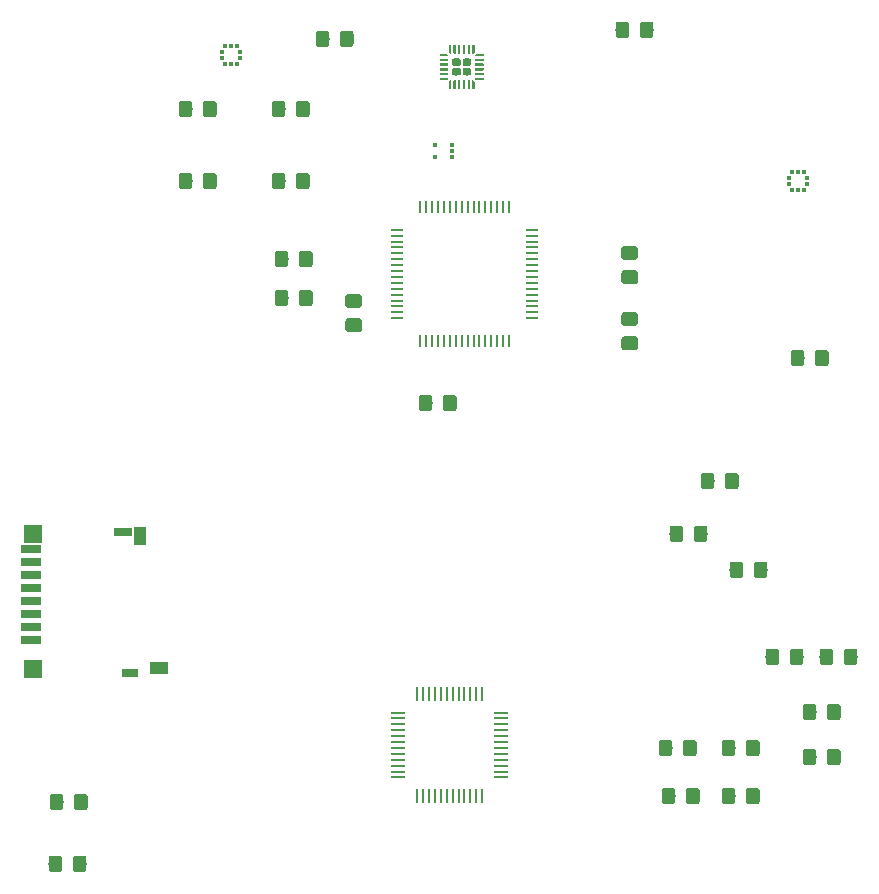
<source format=gbr>
G04 #@! TF.GenerationSoftware,KiCad,Pcbnew,(5.0.1-3-g963ef8bb5)*
G04 #@! TF.CreationDate,2020-02-17T18:14:17-05:00*
G04 #@! TF.ProjectId,v2SLI,7632534C492E6B696361645F70636200,rev?*
G04 #@! TF.SameCoordinates,Original*
G04 #@! TF.FileFunction,Paste,Top*
G04 #@! TF.FilePolarity,Positive*
%FSLAX46Y46*%
G04 Gerber Fmt 4.6, Leading zero omitted, Abs format (unit mm)*
G04 Created by KiCad (PCBNEW (5.0.1-3-g963ef8bb5)) date Monday, February 17, 2020 at 06:14:17 PM*
%MOMM*%
%LPD*%
G01*
G04 APERTURE LIST*
%ADD10R,1.300000X0.250000*%
%ADD11R,0.250000X1.300000*%
%ADD12C,0.100000*%
%ADD13C,1.150000*%
%ADD14R,1.750440X0.700176*%
%ADD15R,1.752980X0.701191*%
%ADD16R,1.751610X0.700643*%
%ADD17R,1.752180X0.700871*%
%ADD18R,1.752460X0.700982*%
%ADD19R,1.750430X0.700174*%
%ADD20R,1.751770X0.700710*%
%ADD21R,1.752640X0.701055*%
%ADD22R,1.500920X1.500920*%
%ADD23R,1.501800X1.501800*%
%ADD24R,1.501100X0.800585*%
%ADD25R,1.400640X0.800364*%
%ADD26R,1.000010X1.500010*%
%ADD27R,1.501930X1.001290*%
%ADD28R,1.000000X0.250000*%
%ADD29R,0.250000X1.000000*%
%ADD30R,0.350000X0.380000*%
%ADD31C,0.640000*%
%ADD32C,0.115147*%
%ADD33C,0.200000*%
%ADD34R,0.450000X0.300000*%
G04 APERTURE END LIST*
D10*
G04 #@! TO.C,U7*
X158210000Y-92500000D03*
X158210000Y-93000000D03*
X158210000Y-93500000D03*
X158210000Y-94000000D03*
X158210000Y-94500000D03*
X158210000Y-95000000D03*
X158210000Y-95500000D03*
X158210000Y-96000000D03*
X158210000Y-96500000D03*
X158210000Y-97000000D03*
X158210000Y-97500000D03*
X158210000Y-98000000D03*
D11*
X159810000Y-99600000D03*
X160310000Y-99600000D03*
X160810000Y-99600000D03*
X161310000Y-99600000D03*
X161810000Y-99600000D03*
X162310000Y-99600000D03*
X162810000Y-99600000D03*
X163310000Y-99600000D03*
X163810000Y-99600000D03*
X164310000Y-99600000D03*
X164810000Y-99600000D03*
X165310000Y-99600000D03*
D10*
X166910000Y-98000000D03*
X166910000Y-97500000D03*
X166910000Y-97000000D03*
X166910000Y-96500000D03*
X166910000Y-96000000D03*
X166910000Y-95500000D03*
X166910000Y-95000000D03*
X166910000Y-94500000D03*
X166910000Y-94000000D03*
X166910000Y-93500000D03*
X166910000Y-93000000D03*
X166910000Y-92500000D03*
D11*
X165310000Y-90900000D03*
X164810000Y-90900000D03*
X164310000Y-90900000D03*
X163810000Y-90900000D03*
X163310000Y-90900000D03*
X162810000Y-90900000D03*
X162310000Y-90900000D03*
X161810000Y-90900000D03*
X161310000Y-90900000D03*
X160810000Y-90900000D03*
X160310000Y-90900000D03*
X159810000Y-90900000D03*
G04 #@! TD*
D12*
G04 #@! TO.C,C1*
G36*
X178274505Y-58608204D02*
X178298773Y-58611804D01*
X178322572Y-58617765D01*
X178345671Y-58626030D01*
X178367850Y-58636520D01*
X178388893Y-58649132D01*
X178408599Y-58663747D01*
X178426777Y-58680223D01*
X178443253Y-58698401D01*
X178457868Y-58718107D01*
X178470480Y-58739150D01*
X178480970Y-58761329D01*
X178489235Y-58784428D01*
X178495196Y-58808227D01*
X178498796Y-58832495D01*
X178500000Y-58856999D01*
X178500000Y-59507001D01*
X178498796Y-59531505D01*
X178495196Y-59555773D01*
X178489235Y-59579572D01*
X178480970Y-59602671D01*
X178470480Y-59624850D01*
X178457868Y-59645893D01*
X178443253Y-59665599D01*
X178426777Y-59683777D01*
X178408599Y-59700253D01*
X178388893Y-59714868D01*
X178367850Y-59727480D01*
X178345671Y-59737970D01*
X178322572Y-59746235D01*
X178298773Y-59752196D01*
X178274505Y-59755796D01*
X178250001Y-59757000D01*
X177349999Y-59757000D01*
X177325495Y-59755796D01*
X177301227Y-59752196D01*
X177277428Y-59746235D01*
X177254329Y-59737970D01*
X177232150Y-59727480D01*
X177211107Y-59714868D01*
X177191401Y-59700253D01*
X177173223Y-59683777D01*
X177156747Y-59665599D01*
X177142132Y-59645893D01*
X177129520Y-59624850D01*
X177119030Y-59602671D01*
X177110765Y-59579572D01*
X177104804Y-59555773D01*
X177101204Y-59531505D01*
X177100000Y-59507001D01*
X177100000Y-58856999D01*
X177101204Y-58832495D01*
X177104804Y-58808227D01*
X177110765Y-58784428D01*
X177119030Y-58761329D01*
X177129520Y-58739150D01*
X177142132Y-58718107D01*
X177156747Y-58698401D01*
X177173223Y-58680223D01*
X177191401Y-58663747D01*
X177211107Y-58649132D01*
X177232150Y-58636520D01*
X177254329Y-58626030D01*
X177277428Y-58617765D01*
X177301227Y-58611804D01*
X177325495Y-58608204D01*
X177349999Y-58607000D01*
X178250001Y-58607000D01*
X178274505Y-58608204D01*
X178274505Y-58608204D01*
G37*
D13*
X177800000Y-59182000D03*
D12*
G36*
X178274505Y-60658204D02*
X178298773Y-60661804D01*
X178322572Y-60667765D01*
X178345671Y-60676030D01*
X178367850Y-60686520D01*
X178388893Y-60699132D01*
X178408599Y-60713747D01*
X178426777Y-60730223D01*
X178443253Y-60748401D01*
X178457868Y-60768107D01*
X178470480Y-60789150D01*
X178480970Y-60811329D01*
X178489235Y-60834428D01*
X178495196Y-60858227D01*
X178498796Y-60882495D01*
X178500000Y-60906999D01*
X178500000Y-61557001D01*
X178498796Y-61581505D01*
X178495196Y-61605773D01*
X178489235Y-61629572D01*
X178480970Y-61652671D01*
X178470480Y-61674850D01*
X178457868Y-61695893D01*
X178443253Y-61715599D01*
X178426777Y-61733777D01*
X178408599Y-61750253D01*
X178388893Y-61764868D01*
X178367850Y-61777480D01*
X178345671Y-61787970D01*
X178322572Y-61796235D01*
X178298773Y-61802196D01*
X178274505Y-61805796D01*
X178250001Y-61807000D01*
X177349999Y-61807000D01*
X177325495Y-61805796D01*
X177301227Y-61802196D01*
X177277428Y-61796235D01*
X177254329Y-61787970D01*
X177232150Y-61777480D01*
X177211107Y-61764868D01*
X177191401Y-61750253D01*
X177173223Y-61733777D01*
X177156747Y-61715599D01*
X177142132Y-61695893D01*
X177129520Y-61674850D01*
X177119030Y-61652671D01*
X177110765Y-61629572D01*
X177104804Y-61605773D01*
X177101204Y-61581505D01*
X177100000Y-61557001D01*
X177100000Y-60906999D01*
X177101204Y-60882495D01*
X177104804Y-60858227D01*
X177110765Y-60834428D01*
X177119030Y-60811329D01*
X177129520Y-60789150D01*
X177142132Y-60768107D01*
X177156747Y-60748401D01*
X177173223Y-60730223D01*
X177191401Y-60713747D01*
X177211107Y-60699132D01*
X177232150Y-60686520D01*
X177254329Y-60676030D01*
X177277428Y-60667765D01*
X177301227Y-60661804D01*
X177325495Y-60658204D01*
X177349999Y-60657000D01*
X178250001Y-60657000D01*
X178274505Y-60658204D01*
X178274505Y-60658204D01*
G37*
D13*
X177800000Y-61232000D03*
G04 #@! TD*
D12*
G04 #@! TO.C,C2*
G36*
X150726505Y-56705204D02*
X150750773Y-56708804D01*
X150774572Y-56714765D01*
X150797671Y-56723030D01*
X150819850Y-56733520D01*
X150840893Y-56746132D01*
X150860599Y-56760747D01*
X150878777Y-56777223D01*
X150895253Y-56795401D01*
X150909868Y-56815107D01*
X150922480Y-56836150D01*
X150932970Y-56858329D01*
X150941235Y-56881428D01*
X150947196Y-56905227D01*
X150950796Y-56929495D01*
X150952000Y-56953999D01*
X150952000Y-57854001D01*
X150950796Y-57878505D01*
X150947196Y-57902773D01*
X150941235Y-57926572D01*
X150932970Y-57949671D01*
X150922480Y-57971850D01*
X150909868Y-57992893D01*
X150895253Y-58012599D01*
X150878777Y-58030777D01*
X150860599Y-58047253D01*
X150840893Y-58061868D01*
X150819850Y-58074480D01*
X150797671Y-58084970D01*
X150774572Y-58093235D01*
X150750773Y-58099196D01*
X150726505Y-58102796D01*
X150702001Y-58104000D01*
X150051999Y-58104000D01*
X150027495Y-58102796D01*
X150003227Y-58099196D01*
X149979428Y-58093235D01*
X149956329Y-58084970D01*
X149934150Y-58074480D01*
X149913107Y-58061868D01*
X149893401Y-58047253D01*
X149875223Y-58030777D01*
X149858747Y-58012599D01*
X149844132Y-57992893D01*
X149831520Y-57971850D01*
X149821030Y-57949671D01*
X149812765Y-57926572D01*
X149806804Y-57902773D01*
X149803204Y-57878505D01*
X149802000Y-57854001D01*
X149802000Y-56953999D01*
X149803204Y-56929495D01*
X149806804Y-56905227D01*
X149812765Y-56881428D01*
X149821030Y-56858329D01*
X149831520Y-56836150D01*
X149844132Y-56815107D01*
X149858747Y-56795401D01*
X149875223Y-56777223D01*
X149893401Y-56760747D01*
X149913107Y-56746132D01*
X149934150Y-56733520D01*
X149956329Y-56723030D01*
X149979428Y-56714765D01*
X150003227Y-56708804D01*
X150027495Y-56705204D01*
X150051999Y-56704000D01*
X150702001Y-56704000D01*
X150726505Y-56705204D01*
X150726505Y-56705204D01*
G37*
D13*
X150377000Y-57404000D03*
D12*
G36*
X148676505Y-56705204D02*
X148700773Y-56708804D01*
X148724572Y-56714765D01*
X148747671Y-56723030D01*
X148769850Y-56733520D01*
X148790893Y-56746132D01*
X148810599Y-56760747D01*
X148828777Y-56777223D01*
X148845253Y-56795401D01*
X148859868Y-56815107D01*
X148872480Y-56836150D01*
X148882970Y-56858329D01*
X148891235Y-56881428D01*
X148897196Y-56905227D01*
X148900796Y-56929495D01*
X148902000Y-56953999D01*
X148902000Y-57854001D01*
X148900796Y-57878505D01*
X148897196Y-57902773D01*
X148891235Y-57926572D01*
X148882970Y-57949671D01*
X148872480Y-57971850D01*
X148859868Y-57992893D01*
X148845253Y-58012599D01*
X148828777Y-58030777D01*
X148810599Y-58047253D01*
X148790893Y-58061868D01*
X148769850Y-58074480D01*
X148747671Y-58084970D01*
X148724572Y-58093235D01*
X148700773Y-58099196D01*
X148676505Y-58102796D01*
X148652001Y-58104000D01*
X148001999Y-58104000D01*
X147977495Y-58102796D01*
X147953227Y-58099196D01*
X147929428Y-58093235D01*
X147906329Y-58084970D01*
X147884150Y-58074480D01*
X147863107Y-58061868D01*
X147843401Y-58047253D01*
X147825223Y-58030777D01*
X147808747Y-58012599D01*
X147794132Y-57992893D01*
X147781520Y-57971850D01*
X147771030Y-57949671D01*
X147762765Y-57926572D01*
X147756804Y-57902773D01*
X147753204Y-57878505D01*
X147752000Y-57854001D01*
X147752000Y-56953999D01*
X147753204Y-56929495D01*
X147756804Y-56905227D01*
X147762765Y-56881428D01*
X147771030Y-56858329D01*
X147781520Y-56836150D01*
X147794132Y-56815107D01*
X147808747Y-56795401D01*
X147825223Y-56777223D01*
X147843401Y-56760747D01*
X147863107Y-56746132D01*
X147884150Y-56733520D01*
X147906329Y-56723030D01*
X147929428Y-56714765D01*
X147953227Y-56708804D01*
X147977495Y-56705204D01*
X148001999Y-56704000D01*
X148652001Y-56704000D01*
X148676505Y-56705204D01*
X148676505Y-56705204D01*
G37*
D13*
X148327000Y-57404000D03*
G04 #@! TD*
D12*
G04 #@! TO.C,C3*
G36*
X148676505Y-53403204D02*
X148700773Y-53406804D01*
X148724572Y-53412765D01*
X148747671Y-53421030D01*
X148769850Y-53431520D01*
X148790893Y-53444132D01*
X148810599Y-53458747D01*
X148828777Y-53475223D01*
X148845253Y-53493401D01*
X148859868Y-53513107D01*
X148872480Y-53534150D01*
X148882970Y-53556329D01*
X148891235Y-53579428D01*
X148897196Y-53603227D01*
X148900796Y-53627495D01*
X148902000Y-53651999D01*
X148902000Y-54552001D01*
X148900796Y-54576505D01*
X148897196Y-54600773D01*
X148891235Y-54624572D01*
X148882970Y-54647671D01*
X148872480Y-54669850D01*
X148859868Y-54690893D01*
X148845253Y-54710599D01*
X148828777Y-54728777D01*
X148810599Y-54745253D01*
X148790893Y-54759868D01*
X148769850Y-54772480D01*
X148747671Y-54782970D01*
X148724572Y-54791235D01*
X148700773Y-54797196D01*
X148676505Y-54800796D01*
X148652001Y-54802000D01*
X148001999Y-54802000D01*
X147977495Y-54800796D01*
X147953227Y-54797196D01*
X147929428Y-54791235D01*
X147906329Y-54782970D01*
X147884150Y-54772480D01*
X147863107Y-54759868D01*
X147843401Y-54745253D01*
X147825223Y-54728777D01*
X147808747Y-54710599D01*
X147794132Y-54690893D01*
X147781520Y-54669850D01*
X147771030Y-54647671D01*
X147762765Y-54624572D01*
X147756804Y-54600773D01*
X147753204Y-54576505D01*
X147752000Y-54552001D01*
X147752000Y-53651999D01*
X147753204Y-53627495D01*
X147756804Y-53603227D01*
X147762765Y-53579428D01*
X147771030Y-53556329D01*
X147781520Y-53534150D01*
X147794132Y-53513107D01*
X147808747Y-53493401D01*
X147825223Y-53475223D01*
X147843401Y-53458747D01*
X147863107Y-53444132D01*
X147884150Y-53431520D01*
X147906329Y-53421030D01*
X147929428Y-53412765D01*
X147953227Y-53406804D01*
X147977495Y-53403204D01*
X148001999Y-53402000D01*
X148652001Y-53402000D01*
X148676505Y-53403204D01*
X148676505Y-53403204D01*
G37*
D13*
X148327000Y-54102000D03*
D12*
G36*
X150726505Y-53403204D02*
X150750773Y-53406804D01*
X150774572Y-53412765D01*
X150797671Y-53421030D01*
X150819850Y-53431520D01*
X150840893Y-53444132D01*
X150860599Y-53458747D01*
X150878777Y-53475223D01*
X150895253Y-53493401D01*
X150909868Y-53513107D01*
X150922480Y-53534150D01*
X150932970Y-53556329D01*
X150941235Y-53579428D01*
X150947196Y-53603227D01*
X150950796Y-53627495D01*
X150952000Y-53651999D01*
X150952000Y-54552001D01*
X150950796Y-54576505D01*
X150947196Y-54600773D01*
X150941235Y-54624572D01*
X150932970Y-54647671D01*
X150922480Y-54669850D01*
X150909868Y-54690893D01*
X150895253Y-54710599D01*
X150878777Y-54728777D01*
X150860599Y-54745253D01*
X150840893Y-54759868D01*
X150819850Y-54772480D01*
X150797671Y-54782970D01*
X150774572Y-54791235D01*
X150750773Y-54797196D01*
X150726505Y-54800796D01*
X150702001Y-54802000D01*
X150051999Y-54802000D01*
X150027495Y-54800796D01*
X150003227Y-54797196D01*
X149979428Y-54791235D01*
X149956329Y-54782970D01*
X149934150Y-54772480D01*
X149913107Y-54759868D01*
X149893401Y-54745253D01*
X149875223Y-54728777D01*
X149858747Y-54710599D01*
X149844132Y-54690893D01*
X149831520Y-54669850D01*
X149821030Y-54647671D01*
X149812765Y-54624572D01*
X149806804Y-54600773D01*
X149803204Y-54576505D01*
X149802000Y-54552001D01*
X149802000Y-53651999D01*
X149803204Y-53627495D01*
X149806804Y-53603227D01*
X149812765Y-53579428D01*
X149821030Y-53556329D01*
X149831520Y-53534150D01*
X149844132Y-53513107D01*
X149858747Y-53493401D01*
X149875223Y-53475223D01*
X149893401Y-53458747D01*
X149913107Y-53444132D01*
X149934150Y-53431520D01*
X149956329Y-53421030D01*
X149979428Y-53412765D01*
X150003227Y-53406804D01*
X150027495Y-53403204D01*
X150051999Y-53402000D01*
X150702001Y-53402000D01*
X150726505Y-53403204D01*
X150726505Y-53403204D01*
G37*
D13*
X150377000Y-54102000D03*
G04 #@! TD*
D12*
G04 #@! TO.C,C4*
G36*
X129528764Y-104613463D02*
X129553032Y-104617063D01*
X129576831Y-104623024D01*
X129599930Y-104631289D01*
X129622109Y-104641779D01*
X129643152Y-104654391D01*
X129662858Y-104669006D01*
X129681036Y-104685482D01*
X129697512Y-104703660D01*
X129712127Y-104723366D01*
X129724739Y-104744409D01*
X129735229Y-104766588D01*
X129743494Y-104789687D01*
X129749455Y-104813486D01*
X129753055Y-104837754D01*
X129754259Y-104862258D01*
X129754259Y-105762260D01*
X129753055Y-105786764D01*
X129749455Y-105811032D01*
X129743494Y-105834831D01*
X129735229Y-105857930D01*
X129724739Y-105880109D01*
X129712127Y-105901152D01*
X129697512Y-105920858D01*
X129681036Y-105939036D01*
X129662858Y-105955512D01*
X129643152Y-105970127D01*
X129622109Y-105982739D01*
X129599930Y-105993229D01*
X129576831Y-106001494D01*
X129553032Y-106007455D01*
X129528764Y-106011055D01*
X129504260Y-106012259D01*
X128854258Y-106012259D01*
X128829754Y-106011055D01*
X128805486Y-106007455D01*
X128781687Y-106001494D01*
X128758588Y-105993229D01*
X128736409Y-105982739D01*
X128715366Y-105970127D01*
X128695660Y-105955512D01*
X128677482Y-105939036D01*
X128661006Y-105920858D01*
X128646391Y-105901152D01*
X128633779Y-105880109D01*
X128623289Y-105857930D01*
X128615024Y-105834831D01*
X128609063Y-105811032D01*
X128605463Y-105786764D01*
X128604259Y-105762260D01*
X128604259Y-104862258D01*
X128605463Y-104837754D01*
X128609063Y-104813486D01*
X128615024Y-104789687D01*
X128623289Y-104766588D01*
X128633779Y-104744409D01*
X128646391Y-104723366D01*
X128661006Y-104703660D01*
X128677482Y-104685482D01*
X128695660Y-104669006D01*
X128715366Y-104654391D01*
X128736409Y-104641779D01*
X128758588Y-104631289D01*
X128781687Y-104623024D01*
X128805486Y-104617063D01*
X128829754Y-104613463D01*
X128854258Y-104612259D01*
X129504260Y-104612259D01*
X129528764Y-104613463D01*
X129528764Y-104613463D01*
G37*
D13*
X129179259Y-105312259D03*
D12*
G36*
X131578764Y-104613463D02*
X131603032Y-104617063D01*
X131626831Y-104623024D01*
X131649930Y-104631289D01*
X131672109Y-104641779D01*
X131693152Y-104654391D01*
X131712858Y-104669006D01*
X131731036Y-104685482D01*
X131747512Y-104703660D01*
X131762127Y-104723366D01*
X131774739Y-104744409D01*
X131785229Y-104766588D01*
X131793494Y-104789687D01*
X131799455Y-104813486D01*
X131803055Y-104837754D01*
X131804259Y-104862258D01*
X131804259Y-105762260D01*
X131803055Y-105786764D01*
X131799455Y-105811032D01*
X131793494Y-105834831D01*
X131785229Y-105857930D01*
X131774739Y-105880109D01*
X131762127Y-105901152D01*
X131747512Y-105920858D01*
X131731036Y-105939036D01*
X131712858Y-105955512D01*
X131693152Y-105970127D01*
X131672109Y-105982739D01*
X131649930Y-105993229D01*
X131626831Y-106001494D01*
X131603032Y-106007455D01*
X131578764Y-106011055D01*
X131554260Y-106012259D01*
X130904258Y-106012259D01*
X130879754Y-106011055D01*
X130855486Y-106007455D01*
X130831687Y-106001494D01*
X130808588Y-105993229D01*
X130786409Y-105982739D01*
X130765366Y-105970127D01*
X130745660Y-105955512D01*
X130727482Y-105939036D01*
X130711006Y-105920858D01*
X130696391Y-105901152D01*
X130683779Y-105880109D01*
X130673289Y-105857930D01*
X130665024Y-105834831D01*
X130659063Y-105811032D01*
X130655463Y-105786764D01*
X130654259Y-105762260D01*
X130654259Y-104862258D01*
X130655463Y-104837754D01*
X130659063Y-104813486D01*
X130665024Y-104789687D01*
X130673289Y-104766588D01*
X130683779Y-104744409D01*
X130696391Y-104723366D01*
X130711006Y-104703660D01*
X130727482Y-104685482D01*
X130745660Y-104669006D01*
X130765366Y-104654391D01*
X130786409Y-104641779D01*
X130808588Y-104631289D01*
X130831687Y-104623024D01*
X130855486Y-104617063D01*
X130879754Y-104613463D01*
X130904258Y-104612259D01*
X131554260Y-104612259D01*
X131578764Y-104613463D01*
X131578764Y-104613463D01*
G37*
D13*
X131229259Y-105312259D03*
G04 #@! TD*
D12*
G04 #@! TO.C,D1*
G36*
X150472505Y-40703204D02*
X150496773Y-40706804D01*
X150520572Y-40712765D01*
X150543671Y-40721030D01*
X150565850Y-40731520D01*
X150586893Y-40744132D01*
X150606599Y-40758747D01*
X150624777Y-40775223D01*
X150641253Y-40793401D01*
X150655868Y-40813107D01*
X150668480Y-40834150D01*
X150678970Y-40856329D01*
X150687235Y-40879428D01*
X150693196Y-40903227D01*
X150696796Y-40927495D01*
X150698000Y-40951999D01*
X150698000Y-41852001D01*
X150696796Y-41876505D01*
X150693196Y-41900773D01*
X150687235Y-41924572D01*
X150678970Y-41947671D01*
X150668480Y-41969850D01*
X150655868Y-41990893D01*
X150641253Y-42010599D01*
X150624777Y-42028777D01*
X150606599Y-42045253D01*
X150586893Y-42059868D01*
X150565850Y-42072480D01*
X150543671Y-42082970D01*
X150520572Y-42091235D01*
X150496773Y-42097196D01*
X150472505Y-42100796D01*
X150448001Y-42102000D01*
X149797999Y-42102000D01*
X149773495Y-42100796D01*
X149749227Y-42097196D01*
X149725428Y-42091235D01*
X149702329Y-42082970D01*
X149680150Y-42072480D01*
X149659107Y-42059868D01*
X149639401Y-42045253D01*
X149621223Y-42028777D01*
X149604747Y-42010599D01*
X149590132Y-41990893D01*
X149577520Y-41969850D01*
X149567030Y-41947671D01*
X149558765Y-41924572D01*
X149552804Y-41900773D01*
X149549204Y-41876505D01*
X149548000Y-41852001D01*
X149548000Y-40951999D01*
X149549204Y-40927495D01*
X149552804Y-40903227D01*
X149558765Y-40879428D01*
X149567030Y-40856329D01*
X149577520Y-40834150D01*
X149590132Y-40813107D01*
X149604747Y-40793401D01*
X149621223Y-40775223D01*
X149639401Y-40758747D01*
X149659107Y-40744132D01*
X149680150Y-40731520D01*
X149702329Y-40721030D01*
X149725428Y-40712765D01*
X149749227Y-40706804D01*
X149773495Y-40703204D01*
X149797999Y-40702000D01*
X150448001Y-40702000D01*
X150472505Y-40703204D01*
X150472505Y-40703204D01*
G37*
D13*
X150123000Y-41402000D03*
D12*
G36*
X148422505Y-40703204D02*
X148446773Y-40706804D01*
X148470572Y-40712765D01*
X148493671Y-40721030D01*
X148515850Y-40731520D01*
X148536893Y-40744132D01*
X148556599Y-40758747D01*
X148574777Y-40775223D01*
X148591253Y-40793401D01*
X148605868Y-40813107D01*
X148618480Y-40834150D01*
X148628970Y-40856329D01*
X148637235Y-40879428D01*
X148643196Y-40903227D01*
X148646796Y-40927495D01*
X148648000Y-40951999D01*
X148648000Y-41852001D01*
X148646796Y-41876505D01*
X148643196Y-41900773D01*
X148637235Y-41924572D01*
X148628970Y-41947671D01*
X148618480Y-41969850D01*
X148605868Y-41990893D01*
X148591253Y-42010599D01*
X148574777Y-42028777D01*
X148556599Y-42045253D01*
X148536893Y-42059868D01*
X148515850Y-42072480D01*
X148493671Y-42082970D01*
X148470572Y-42091235D01*
X148446773Y-42097196D01*
X148422505Y-42100796D01*
X148398001Y-42102000D01*
X147747999Y-42102000D01*
X147723495Y-42100796D01*
X147699227Y-42097196D01*
X147675428Y-42091235D01*
X147652329Y-42082970D01*
X147630150Y-42072480D01*
X147609107Y-42059868D01*
X147589401Y-42045253D01*
X147571223Y-42028777D01*
X147554747Y-42010599D01*
X147540132Y-41990893D01*
X147527520Y-41969850D01*
X147517030Y-41947671D01*
X147508765Y-41924572D01*
X147502804Y-41900773D01*
X147499204Y-41876505D01*
X147498000Y-41852001D01*
X147498000Y-40951999D01*
X147499204Y-40927495D01*
X147502804Y-40903227D01*
X147508765Y-40879428D01*
X147517030Y-40856329D01*
X147527520Y-40834150D01*
X147540132Y-40813107D01*
X147554747Y-40793401D01*
X147571223Y-40775223D01*
X147589401Y-40758747D01*
X147609107Y-40744132D01*
X147630150Y-40731520D01*
X147652329Y-40721030D01*
X147675428Y-40712765D01*
X147699227Y-40706804D01*
X147723495Y-40703204D01*
X147747999Y-40702000D01*
X148398001Y-40702000D01*
X148422505Y-40703204D01*
X148422505Y-40703204D01*
G37*
D13*
X148073000Y-41402000D03*
G04 #@! TD*
D12*
G04 #@! TO.C,D2*
G36*
X148422505Y-46799204D02*
X148446773Y-46802804D01*
X148470572Y-46808765D01*
X148493671Y-46817030D01*
X148515850Y-46827520D01*
X148536893Y-46840132D01*
X148556599Y-46854747D01*
X148574777Y-46871223D01*
X148591253Y-46889401D01*
X148605868Y-46909107D01*
X148618480Y-46930150D01*
X148628970Y-46952329D01*
X148637235Y-46975428D01*
X148643196Y-46999227D01*
X148646796Y-47023495D01*
X148648000Y-47047999D01*
X148648000Y-47948001D01*
X148646796Y-47972505D01*
X148643196Y-47996773D01*
X148637235Y-48020572D01*
X148628970Y-48043671D01*
X148618480Y-48065850D01*
X148605868Y-48086893D01*
X148591253Y-48106599D01*
X148574777Y-48124777D01*
X148556599Y-48141253D01*
X148536893Y-48155868D01*
X148515850Y-48168480D01*
X148493671Y-48178970D01*
X148470572Y-48187235D01*
X148446773Y-48193196D01*
X148422505Y-48196796D01*
X148398001Y-48198000D01*
X147747999Y-48198000D01*
X147723495Y-48196796D01*
X147699227Y-48193196D01*
X147675428Y-48187235D01*
X147652329Y-48178970D01*
X147630150Y-48168480D01*
X147609107Y-48155868D01*
X147589401Y-48141253D01*
X147571223Y-48124777D01*
X147554747Y-48106599D01*
X147540132Y-48086893D01*
X147527520Y-48065850D01*
X147517030Y-48043671D01*
X147508765Y-48020572D01*
X147502804Y-47996773D01*
X147499204Y-47972505D01*
X147498000Y-47948001D01*
X147498000Y-47047999D01*
X147499204Y-47023495D01*
X147502804Y-46999227D01*
X147508765Y-46975428D01*
X147517030Y-46952329D01*
X147527520Y-46930150D01*
X147540132Y-46909107D01*
X147554747Y-46889401D01*
X147571223Y-46871223D01*
X147589401Y-46854747D01*
X147609107Y-46840132D01*
X147630150Y-46827520D01*
X147652329Y-46817030D01*
X147675428Y-46808765D01*
X147699227Y-46802804D01*
X147723495Y-46799204D01*
X147747999Y-46798000D01*
X148398001Y-46798000D01*
X148422505Y-46799204D01*
X148422505Y-46799204D01*
G37*
D13*
X148073000Y-47498000D03*
D12*
G36*
X150472505Y-46799204D02*
X150496773Y-46802804D01*
X150520572Y-46808765D01*
X150543671Y-46817030D01*
X150565850Y-46827520D01*
X150586893Y-46840132D01*
X150606599Y-46854747D01*
X150624777Y-46871223D01*
X150641253Y-46889401D01*
X150655868Y-46909107D01*
X150668480Y-46930150D01*
X150678970Y-46952329D01*
X150687235Y-46975428D01*
X150693196Y-46999227D01*
X150696796Y-47023495D01*
X150698000Y-47047999D01*
X150698000Y-47948001D01*
X150696796Y-47972505D01*
X150693196Y-47996773D01*
X150687235Y-48020572D01*
X150678970Y-48043671D01*
X150668480Y-48065850D01*
X150655868Y-48086893D01*
X150641253Y-48106599D01*
X150624777Y-48124777D01*
X150606599Y-48141253D01*
X150586893Y-48155868D01*
X150565850Y-48168480D01*
X150543671Y-48178970D01*
X150520572Y-48187235D01*
X150496773Y-48193196D01*
X150472505Y-48196796D01*
X150448001Y-48198000D01*
X149797999Y-48198000D01*
X149773495Y-48196796D01*
X149749227Y-48193196D01*
X149725428Y-48187235D01*
X149702329Y-48178970D01*
X149680150Y-48168480D01*
X149659107Y-48155868D01*
X149639401Y-48141253D01*
X149621223Y-48124777D01*
X149604747Y-48106599D01*
X149590132Y-48086893D01*
X149577520Y-48065850D01*
X149567030Y-48043671D01*
X149558765Y-48020572D01*
X149552804Y-47996773D01*
X149549204Y-47972505D01*
X149548000Y-47948001D01*
X149548000Y-47047999D01*
X149549204Y-47023495D01*
X149552804Y-46999227D01*
X149558765Y-46975428D01*
X149567030Y-46952329D01*
X149577520Y-46930150D01*
X149590132Y-46909107D01*
X149604747Y-46889401D01*
X149621223Y-46871223D01*
X149639401Y-46854747D01*
X149659107Y-46840132D01*
X149680150Y-46827520D01*
X149702329Y-46817030D01*
X149725428Y-46808765D01*
X149749227Y-46802804D01*
X149773495Y-46799204D01*
X149797999Y-46798000D01*
X150448001Y-46798000D01*
X150472505Y-46799204D01*
X150472505Y-46799204D01*
G37*
D13*
X150123000Y-47498000D03*
G04 #@! TD*
D12*
G04 #@! TO.C,D3*
G36*
X181442505Y-98869204D02*
X181466773Y-98872804D01*
X181490572Y-98878765D01*
X181513671Y-98887030D01*
X181535850Y-98897520D01*
X181556893Y-98910132D01*
X181576599Y-98924747D01*
X181594777Y-98941223D01*
X181611253Y-98959401D01*
X181625868Y-98979107D01*
X181638480Y-99000150D01*
X181648970Y-99022329D01*
X181657235Y-99045428D01*
X181663196Y-99069227D01*
X181666796Y-99093495D01*
X181668000Y-99117999D01*
X181668000Y-100018001D01*
X181666796Y-100042505D01*
X181663196Y-100066773D01*
X181657235Y-100090572D01*
X181648970Y-100113671D01*
X181638480Y-100135850D01*
X181625868Y-100156893D01*
X181611253Y-100176599D01*
X181594777Y-100194777D01*
X181576599Y-100211253D01*
X181556893Y-100225868D01*
X181535850Y-100238480D01*
X181513671Y-100248970D01*
X181490572Y-100257235D01*
X181466773Y-100263196D01*
X181442505Y-100266796D01*
X181418001Y-100268000D01*
X180767999Y-100268000D01*
X180743495Y-100266796D01*
X180719227Y-100263196D01*
X180695428Y-100257235D01*
X180672329Y-100248970D01*
X180650150Y-100238480D01*
X180629107Y-100225868D01*
X180609401Y-100211253D01*
X180591223Y-100194777D01*
X180574747Y-100176599D01*
X180560132Y-100156893D01*
X180547520Y-100135850D01*
X180537030Y-100113671D01*
X180528765Y-100090572D01*
X180522804Y-100066773D01*
X180519204Y-100042505D01*
X180518000Y-100018001D01*
X180518000Y-99117999D01*
X180519204Y-99093495D01*
X180522804Y-99069227D01*
X180528765Y-99045428D01*
X180537030Y-99022329D01*
X180547520Y-99000150D01*
X180560132Y-98979107D01*
X180574747Y-98959401D01*
X180591223Y-98941223D01*
X180609401Y-98924747D01*
X180629107Y-98910132D01*
X180650150Y-98897520D01*
X180672329Y-98887030D01*
X180695428Y-98878765D01*
X180719227Y-98872804D01*
X180743495Y-98869204D01*
X180767999Y-98868000D01*
X181418001Y-98868000D01*
X181442505Y-98869204D01*
X181442505Y-98869204D01*
G37*
D13*
X181093000Y-99568000D03*
D12*
G36*
X183492505Y-98869204D02*
X183516773Y-98872804D01*
X183540572Y-98878765D01*
X183563671Y-98887030D01*
X183585850Y-98897520D01*
X183606893Y-98910132D01*
X183626599Y-98924747D01*
X183644777Y-98941223D01*
X183661253Y-98959401D01*
X183675868Y-98979107D01*
X183688480Y-99000150D01*
X183698970Y-99022329D01*
X183707235Y-99045428D01*
X183713196Y-99069227D01*
X183716796Y-99093495D01*
X183718000Y-99117999D01*
X183718000Y-100018001D01*
X183716796Y-100042505D01*
X183713196Y-100066773D01*
X183707235Y-100090572D01*
X183698970Y-100113671D01*
X183688480Y-100135850D01*
X183675868Y-100156893D01*
X183661253Y-100176599D01*
X183644777Y-100194777D01*
X183626599Y-100211253D01*
X183606893Y-100225868D01*
X183585850Y-100238480D01*
X183563671Y-100248970D01*
X183540572Y-100257235D01*
X183516773Y-100263196D01*
X183492505Y-100266796D01*
X183468001Y-100268000D01*
X182817999Y-100268000D01*
X182793495Y-100266796D01*
X182769227Y-100263196D01*
X182745428Y-100257235D01*
X182722329Y-100248970D01*
X182700150Y-100238480D01*
X182679107Y-100225868D01*
X182659401Y-100211253D01*
X182641223Y-100194777D01*
X182624747Y-100176599D01*
X182610132Y-100156893D01*
X182597520Y-100135850D01*
X182587030Y-100113671D01*
X182578765Y-100090572D01*
X182572804Y-100066773D01*
X182569204Y-100042505D01*
X182568000Y-100018001D01*
X182568000Y-99117999D01*
X182569204Y-99093495D01*
X182572804Y-99069227D01*
X182578765Y-99045428D01*
X182587030Y-99022329D01*
X182597520Y-99000150D01*
X182610132Y-98979107D01*
X182624747Y-98959401D01*
X182641223Y-98941223D01*
X182659401Y-98924747D01*
X182679107Y-98910132D01*
X182700150Y-98897520D01*
X182722329Y-98887030D01*
X182745428Y-98878765D01*
X182769227Y-98872804D01*
X182793495Y-98869204D01*
X182817999Y-98868000D01*
X183468001Y-98868000D01*
X183492505Y-98869204D01*
X183492505Y-98869204D01*
G37*
D13*
X183143000Y-99568000D03*
G04 #@! TD*
D12*
G04 #@! TO.C,D4*
G36*
X183238505Y-94805204D02*
X183262773Y-94808804D01*
X183286572Y-94814765D01*
X183309671Y-94823030D01*
X183331850Y-94833520D01*
X183352893Y-94846132D01*
X183372599Y-94860747D01*
X183390777Y-94877223D01*
X183407253Y-94895401D01*
X183421868Y-94915107D01*
X183434480Y-94936150D01*
X183444970Y-94958329D01*
X183453235Y-94981428D01*
X183459196Y-95005227D01*
X183462796Y-95029495D01*
X183464000Y-95053999D01*
X183464000Y-95954001D01*
X183462796Y-95978505D01*
X183459196Y-96002773D01*
X183453235Y-96026572D01*
X183444970Y-96049671D01*
X183434480Y-96071850D01*
X183421868Y-96092893D01*
X183407253Y-96112599D01*
X183390777Y-96130777D01*
X183372599Y-96147253D01*
X183352893Y-96161868D01*
X183331850Y-96174480D01*
X183309671Y-96184970D01*
X183286572Y-96193235D01*
X183262773Y-96199196D01*
X183238505Y-96202796D01*
X183214001Y-96204000D01*
X182563999Y-96204000D01*
X182539495Y-96202796D01*
X182515227Y-96199196D01*
X182491428Y-96193235D01*
X182468329Y-96184970D01*
X182446150Y-96174480D01*
X182425107Y-96161868D01*
X182405401Y-96147253D01*
X182387223Y-96130777D01*
X182370747Y-96112599D01*
X182356132Y-96092893D01*
X182343520Y-96071850D01*
X182333030Y-96049671D01*
X182324765Y-96026572D01*
X182318804Y-96002773D01*
X182315204Y-95978505D01*
X182314000Y-95954001D01*
X182314000Y-95053999D01*
X182315204Y-95029495D01*
X182318804Y-95005227D01*
X182324765Y-94981428D01*
X182333030Y-94958329D01*
X182343520Y-94936150D01*
X182356132Y-94915107D01*
X182370747Y-94895401D01*
X182387223Y-94877223D01*
X182405401Y-94860747D01*
X182425107Y-94846132D01*
X182446150Y-94833520D01*
X182468329Y-94823030D01*
X182491428Y-94814765D01*
X182515227Y-94808804D01*
X182539495Y-94805204D01*
X182563999Y-94804000D01*
X183214001Y-94804000D01*
X183238505Y-94805204D01*
X183238505Y-94805204D01*
G37*
D13*
X182889000Y-95504000D03*
D12*
G36*
X181188505Y-94805204D02*
X181212773Y-94808804D01*
X181236572Y-94814765D01*
X181259671Y-94823030D01*
X181281850Y-94833520D01*
X181302893Y-94846132D01*
X181322599Y-94860747D01*
X181340777Y-94877223D01*
X181357253Y-94895401D01*
X181371868Y-94915107D01*
X181384480Y-94936150D01*
X181394970Y-94958329D01*
X181403235Y-94981428D01*
X181409196Y-95005227D01*
X181412796Y-95029495D01*
X181414000Y-95053999D01*
X181414000Y-95954001D01*
X181412796Y-95978505D01*
X181409196Y-96002773D01*
X181403235Y-96026572D01*
X181394970Y-96049671D01*
X181384480Y-96071850D01*
X181371868Y-96092893D01*
X181357253Y-96112599D01*
X181340777Y-96130777D01*
X181322599Y-96147253D01*
X181302893Y-96161868D01*
X181281850Y-96174480D01*
X181259671Y-96184970D01*
X181236572Y-96193235D01*
X181212773Y-96199196D01*
X181188505Y-96202796D01*
X181164001Y-96204000D01*
X180513999Y-96204000D01*
X180489495Y-96202796D01*
X180465227Y-96199196D01*
X180441428Y-96193235D01*
X180418329Y-96184970D01*
X180396150Y-96174480D01*
X180375107Y-96161868D01*
X180355401Y-96147253D01*
X180337223Y-96130777D01*
X180320747Y-96112599D01*
X180306132Y-96092893D01*
X180293520Y-96071850D01*
X180283030Y-96049671D01*
X180274765Y-96026572D01*
X180268804Y-96002773D01*
X180265204Y-95978505D01*
X180264000Y-95954001D01*
X180264000Y-95053999D01*
X180265204Y-95029495D01*
X180268804Y-95005227D01*
X180274765Y-94981428D01*
X180283030Y-94958329D01*
X180293520Y-94936150D01*
X180306132Y-94915107D01*
X180320747Y-94895401D01*
X180337223Y-94877223D01*
X180355401Y-94860747D01*
X180375107Y-94846132D01*
X180396150Y-94833520D01*
X180418329Y-94823030D01*
X180441428Y-94814765D01*
X180465227Y-94808804D01*
X180489495Y-94805204D01*
X180513999Y-94804000D01*
X181164001Y-94804000D01*
X181188505Y-94805204D01*
X181188505Y-94805204D01*
G37*
D13*
X180839000Y-95504000D03*
G04 #@! TD*
D14*
G04 #@! TO.C,J20*
X127138000Y-86391000D03*
D15*
X127138000Y-85291000D03*
D16*
X127138000Y-84191000D03*
D17*
X127138000Y-83091000D03*
D18*
X127138000Y-81991000D03*
D19*
X127138000Y-80891000D03*
D20*
X127138000Y-79791000D03*
D21*
X127138000Y-78691000D03*
D22*
X127263000Y-77391000D03*
D23*
X127263000Y-88841000D03*
D24*
X134863000Y-77216000D03*
D25*
X135513000Y-89166000D03*
D26*
X136363000Y-77571000D03*
D27*
X137963000Y-88766000D03*
G04 #@! TD*
D12*
G04 #@! TO.C,R1*
G36*
X178274505Y-53011204D02*
X178298773Y-53014804D01*
X178322572Y-53020765D01*
X178345671Y-53029030D01*
X178367850Y-53039520D01*
X178388893Y-53052132D01*
X178408599Y-53066747D01*
X178426777Y-53083223D01*
X178443253Y-53101401D01*
X178457868Y-53121107D01*
X178470480Y-53142150D01*
X178480970Y-53164329D01*
X178489235Y-53187428D01*
X178495196Y-53211227D01*
X178498796Y-53235495D01*
X178500000Y-53259999D01*
X178500000Y-53910001D01*
X178498796Y-53934505D01*
X178495196Y-53958773D01*
X178489235Y-53982572D01*
X178480970Y-54005671D01*
X178470480Y-54027850D01*
X178457868Y-54048893D01*
X178443253Y-54068599D01*
X178426777Y-54086777D01*
X178408599Y-54103253D01*
X178388893Y-54117868D01*
X178367850Y-54130480D01*
X178345671Y-54140970D01*
X178322572Y-54149235D01*
X178298773Y-54155196D01*
X178274505Y-54158796D01*
X178250001Y-54160000D01*
X177349999Y-54160000D01*
X177325495Y-54158796D01*
X177301227Y-54155196D01*
X177277428Y-54149235D01*
X177254329Y-54140970D01*
X177232150Y-54130480D01*
X177211107Y-54117868D01*
X177191401Y-54103253D01*
X177173223Y-54086777D01*
X177156747Y-54068599D01*
X177142132Y-54048893D01*
X177129520Y-54027850D01*
X177119030Y-54005671D01*
X177110765Y-53982572D01*
X177104804Y-53958773D01*
X177101204Y-53934505D01*
X177100000Y-53910001D01*
X177100000Y-53259999D01*
X177101204Y-53235495D01*
X177104804Y-53211227D01*
X177110765Y-53187428D01*
X177119030Y-53164329D01*
X177129520Y-53142150D01*
X177142132Y-53121107D01*
X177156747Y-53101401D01*
X177173223Y-53083223D01*
X177191401Y-53066747D01*
X177211107Y-53052132D01*
X177232150Y-53039520D01*
X177254329Y-53029030D01*
X177277428Y-53020765D01*
X177301227Y-53014804D01*
X177325495Y-53011204D01*
X177349999Y-53010000D01*
X178250001Y-53010000D01*
X178274505Y-53011204D01*
X178274505Y-53011204D01*
G37*
D13*
X177800000Y-53585000D03*
D12*
G36*
X178274505Y-55061204D02*
X178298773Y-55064804D01*
X178322572Y-55070765D01*
X178345671Y-55079030D01*
X178367850Y-55089520D01*
X178388893Y-55102132D01*
X178408599Y-55116747D01*
X178426777Y-55133223D01*
X178443253Y-55151401D01*
X178457868Y-55171107D01*
X178470480Y-55192150D01*
X178480970Y-55214329D01*
X178489235Y-55237428D01*
X178495196Y-55261227D01*
X178498796Y-55285495D01*
X178500000Y-55309999D01*
X178500000Y-55960001D01*
X178498796Y-55984505D01*
X178495196Y-56008773D01*
X178489235Y-56032572D01*
X178480970Y-56055671D01*
X178470480Y-56077850D01*
X178457868Y-56098893D01*
X178443253Y-56118599D01*
X178426777Y-56136777D01*
X178408599Y-56153253D01*
X178388893Y-56167868D01*
X178367850Y-56180480D01*
X178345671Y-56190970D01*
X178322572Y-56199235D01*
X178298773Y-56205196D01*
X178274505Y-56208796D01*
X178250001Y-56210000D01*
X177349999Y-56210000D01*
X177325495Y-56208796D01*
X177301227Y-56205196D01*
X177277428Y-56199235D01*
X177254329Y-56190970D01*
X177232150Y-56180480D01*
X177211107Y-56167868D01*
X177191401Y-56153253D01*
X177173223Y-56136777D01*
X177156747Y-56118599D01*
X177142132Y-56098893D01*
X177129520Y-56077850D01*
X177119030Y-56055671D01*
X177110765Y-56032572D01*
X177104804Y-56008773D01*
X177101204Y-55984505D01*
X177100000Y-55960001D01*
X177100000Y-55309999D01*
X177101204Y-55285495D01*
X177104804Y-55261227D01*
X177110765Y-55237428D01*
X177119030Y-55214329D01*
X177129520Y-55192150D01*
X177142132Y-55171107D01*
X177156747Y-55151401D01*
X177173223Y-55133223D01*
X177191401Y-55116747D01*
X177211107Y-55102132D01*
X177232150Y-55089520D01*
X177254329Y-55079030D01*
X177277428Y-55070765D01*
X177301227Y-55064804D01*
X177325495Y-55061204D01*
X177349999Y-55060000D01*
X178250001Y-55060000D01*
X178274505Y-55061204D01*
X178274505Y-55061204D01*
G37*
D13*
X177800000Y-55635000D03*
G04 #@! TD*
D12*
G04 #@! TO.C,R2*
G36*
X194414505Y-61785204D02*
X194438773Y-61788804D01*
X194462572Y-61794765D01*
X194485671Y-61803030D01*
X194507850Y-61813520D01*
X194528893Y-61826132D01*
X194548599Y-61840747D01*
X194566777Y-61857223D01*
X194583253Y-61875401D01*
X194597868Y-61895107D01*
X194610480Y-61916150D01*
X194620970Y-61938329D01*
X194629235Y-61961428D01*
X194635196Y-61985227D01*
X194638796Y-62009495D01*
X194640000Y-62033999D01*
X194640000Y-62934001D01*
X194638796Y-62958505D01*
X194635196Y-62982773D01*
X194629235Y-63006572D01*
X194620970Y-63029671D01*
X194610480Y-63051850D01*
X194597868Y-63072893D01*
X194583253Y-63092599D01*
X194566777Y-63110777D01*
X194548599Y-63127253D01*
X194528893Y-63141868D01*
X194507850Y-63154480D01*
X194485671Y-63164970D01*
X194462572Y-63173235D01*
X194438773Y-63179196D01*
X194414505Y-63182796D01*
X194390001Y-63184000D01*
X193739999Y-63184000D01*
X193715495Y-63182796D01*
X193691227Y-63179196D01*
X193667428Y-63173235D01*
X193644329Y-63164970D01*
X193622150Y-63154480D01*
X193601107Y-63141868D01*
X193581401Y-63127253D01*
X193563223Y-63110777D01*
X193546747Y-63092599D01*
X193532132Y-63072893D01*
X193519520Y-63051850D01*
X193509030Y-63029671D01*
X193500765Y-63006572D01*
X193494804Y-62982773D01*
X193491204Y-62958505D01*
X193490000Y-62934001D01*
X193490000Y-62033999D01*
X193491204Y-62009495D01*
X193494804Y-61985227D01*
X193500765Y-61961428D01*
X193509030Y-61938329D01*
X193519520Y-61916150D01*
X193532132Y-61895107D01*
X193546747Y-61875401D01*
X193563223Y-61857223D01*
X193581401Y-61840747D01*
X193601107Y-61826132D01*
X193622150Y-61813520D01*
X193644329Y-61803030D01*
X193667428Y-61794765D01*
X193691227Y-61788804D01*
X193715495Y-61785204D01*
X193739999Y-61784000D01*
X194390001Y-61784000D01*
X194414505Y-61785204D01*
X194414505Y-61785204D01*
G37*
D13*
X194065000Y-62484000D03*
D12*
G36*
X192364505Y-61785204D02*
X192388773Y-61788804D01*
X192412572Y-61794765D01*
X192435671Y-61803030D01*
X192457850Y-61813520D01*
X192478893Y-61826132D01*
X192498599Y-61840747D01*
X192516777Y-61857223D01*
X192533253Y-61875401D01*
X192547868Y-61895107D01*
X192560480Y-61916150D01*
X192570970Y-61938329D01*
X192579235Y-61961428D01*
X192585196Y-61985227D01*
X192588796Y-62009495D01*
X192590000Y-62033999D01*
X192590000Y-62934001D01*
X192588796Y-62958505D01*
X192585196Y-62982773D01*
X192579235Y-63006572D01*
X192570970Y-63029671D01*
X192560480Y-63051850D01*
X192547868Y-63072893D01*
X192533253Y-63092599D01*
X192516777Y-63110777D01*
X192498599Y-63127253D01*
X192478893Y-63141868D01*
X192457850Y-63154480D01*
X192435671Y-63164970D01*
X192412572Y-63173235D01*
X192388773Y-63179196D01*
X192364505Y-63182796D01*
X192340001Y-63184000D01*
X191689999Y-63184000D01*
X191665495Y-63182796D01*
X191641227Y-63179196D01*
X191617428Y-63173235D01*
X191594329Y-63164970D01*
X191572150Y-63154480D01*
X191551107Y-63141868D01*
X191531401Y-63127253D01*
X191513223Y-63110777D01*
X191496747Y-63092599D01*
X191482132Y-63072893D01*
X191469520Y-63051850D01*
X191459030Y-63029671D01*
X191450765Y-63006572D01*
X191444804Y-62982773D01*
X191441204Y-62958505D01*
X191440000Y-62934001D01*
X191440000Y-62033999D01*
X191441204Y-62009495D01*
X191444804Y-61985227D01*
X191450765Y-61961428D01*
X191459030Y-61938329D01*
X191469520Y-61916150D01*
X191482132Y-61895107D01*
X191496747Y-61875401D01*
X191513223Y-61857223D01*
X191531401Y-61840747D01*
X191551107Y-61826132D01*
X191572150Y-61813520D01*
X191594329Y-61803030D01*
X191617428Y-61794765D01*
X191641227Y-61788804D01*
X191665495Y-61785204D01*
X191689999Y-61784000D01*
X192340001Y-61784000D01*
X192364505Y-61785204D01*
X192364505Y-61785204D01*
G37*
D13*
X192015000Y-62484000D03*
G04 #@! TD*
D12*
G04 #@! TO.C,R3*
G36*
X186794505Y-72199204D02*
X186818773Y-72202804D01*
X186842572Y-72208765D01*
X186865671Y-72217030D01*
X186887850Y-72227520D01*
X186908893Y-72240132D01*
X186928599Y-72254747D01*
X186946777Y-72271223D01*
X186963253Y-72289401D01*
X186977868Y-72309107D01*
X186990480Y-72330150D01*
X187000970Y-72352329D01*
X187009235Y-72375428D01*
X187015196Y-72399227D01*
X187018796Y-72423495D01*
X187020000Y-72447999D01*
X187020000Y-73348001D01*
X187018796Y-73372505D01*
X187015196Y-73396773D01*
X187009235Y-73420572D01*
X187000970Y-73443671D01*
X186990480Y-73465850D01*
X186977868Y-73486893D01*
X186963253Y-73506599D01*
X186946777Y-73524777D01*
X186928599Y-73541253D01*
X186908893Y-73555868D01*
X186887850Y-73568480D01*
X186865671Y-73578970D01*
X186842572Y-73587235D01*
X186818773Y-73593196D01*
X186794505Y-73596796D01*
X186770001Y-73598000D01*
X186119999Y-73598000D01*
X186095495Y-73596796D01*
X186071227Y-73593196D01*
X186047428Y-73587235D01*
X186024329Y-73578970D01*
X186002150Y-73568480D01*
X185981107Y-73555868D01*
X185961401Y-73541253D01*
X185943223Y-73524777D01*
X185926747Y-73506599D01*
X185912132Y-73486893D01*
X185899520Y-73465850D01*
X185889030Y-73443671D01*
X185880765Y-73420572D01*
X185874804Y-73396773D01*
X185871204Y-73372505D01*
X185870000Y-73348001D01*
X185870000Y-72447999D01*
X185871204Y-72423495D01*
X185874804Y-72399227D01*
X185880765Y-72375428D01*
X185889030Y-72352329D01*
X185899520Y-72330150D01*
X185912132Y-72309107D01*
X185926747Y-72289401D01*
X185943223Y-72271223D01*
X185961401Y-72254747D01*
X185981107Y-72240132D01*
X186002150Y-72227520D01*
X186024329Y-72217030D01*
X186047428Y-72208765D01*
X186071227Y-72202804D01*
X186095495Y-72199204D01*
X186119999Y-72198000D01*
X186770001Y-72198000D01*
X186794505Y-72199204D01*
X186794505Y-72199204D01*
G37*
D13*
X186445000Y-72898000D03*
D12*
G36*
X184744505Y-72199204D02*
X184768773Y-72202804D01*
X184792572Y-72208765D01*
X184815671Y-72217030D01*
X184837850Y-72227520D01*
X184858893Y-72240132D01*
X184878599Y-72254747D01*
X184896777Y-72271223D01*
X184913253Y-72289401D01*
X184927868Y-72309107D01*
X184940480Y-72330150D01*
X184950970Y-72352329D01*
X184959235Y-72375428D01*
X184965196Y-72399227D01*
X184968796Y-72423495D01*
X184970000Y-72447999D01*
X184970000Y-73348001D01*
X184968796Y-73372505D01*
X184965196Y-73396773D01*
X184959235Y-73420572D01*
X184950970Y-73443671D01*
X184940480Y-73465850D01*
X184927868Y-73486893D01*
X184913253Y-73506599D01*
X184896777Y-73524777D01*
X184878599Y-73541253D01*
X184858893Y-73555868D01*
X184837850Y-73568480D01*
X184815671Y-73578970D01*
X184792572Y-73587235D01*
X184768773Y-73593196D01*
X184744505Y-73596796D01*
X184720001Y-73598000D01*
X184069999Y-73598000D01*
X184045495Y-73596796D01*
X184021227Y-73593196D01*
X183997428Y-73587235D01*
X183974329Y-73578970D01*
X183952150Y-73568480D01*
X183931107Y-73555868D01*
X183911401Y-73541253D01*
X183893223Y-73524777D01*
X183876747Y-73506599D01*
X183862132Y-73486893D01*
X183849520Y-73465850D01*
X183839030Y-73443671D01*
X183830765Y-73420572D01*
X183824804Y-73396773D01*
X183821204Y-73372505D01*
X183820000Y-73348001D01*
X183820000Y-72447999D01*
X183821204Y-72423495D01*
X183824804Y-72399227D01*
X183830765Y-72375428D01*
X183839030Y-72352329D01*
X183849520Y-72330150D01*
X183862132Y-72309107D01*
X183876747Y-72289401D01*
X183893223Y-72271223D01*
X183911401Y-72254747D01*
X183931107Y-72240132D01*
X183952150Y-72227520D01*
X183974329Y-72217030D01*
X183997428Y-72208765D01*
X184021227Y-72202804D01*
X184045495Y-72199204D01*
X184069999Y-72198000D01*
X184720001Y-72198000D01*
X184744505Y-72199204D01*
X184744505Y-72199204D01*
G37*
D13*
X184395000Y-72898000D03*
G04 #@! TD*
D12*
G04 #@! TO.C,R4*
G36*
X140548505Y-40703204D02*
X140572773Y-40706804D01*
X140596572Y-40712765D01*
X140619671Y-40721030D01*
X140641850Y-40731520D01*
X140662893Y-40744132D01*
X140682599Y-40758747D01*
X140700777Y-40775223D01*
X140717253Y-40793401D01*
X140731868Y-40813107D01*
X140744480Y-40834150D01*
X140754970Y-40856329D01*
X140763235Y-40879428D01*
X140769196Y-40903227D01*
X140772796Y-40927495D01*
X140774000Y-40951999D01*
X140774000Y-41852001D01*
X140772796Y-41876505D01*
X140769196Y-41900773D01*
X140763235Y-41924572D01*
X140754970Y-41947671D01*
X140744480Y-41969850D01*
X140731868Y-41990893D01*
X140717253Y-42010599D01*
X140700777Y-42028777D01*
X140682599Y-42045253D01*
X140662893Y-42059868D01*
X140641850Y-42072480D01*
X140619671Y-42082970D01*
X140596572Y-42091235D01*
X140572773Y-42097196D01*
X140548505Y-42100796D01*
X140524001Y-42102000D01*
X139873999Y-42102000D01*
X139849495Y-42100796D01*
X139825227Y-42097196D01*
X139801428Y-42091235D01*
X139778329Y-42082970D01*
X139756150Y-42072480D01*
X139735107Y-42059868D01*
X139715401Y-42045253D01*
X139697223Y-42028777D01*
X139680747Y-42010599D01*
X139666132Y-41990893D01*
X139653520Y-41969850D01*
X139643030Y-41947671D01*
X139634765Y-41924572D01*
X139628804Y-41900773D01*
X139625204Y-41876505D01*
X139624000Y-41852001D01*
X139624000Y-40951999D01*
X139625204Y-40927495D01*
X139628804Y-40903227D01*
X139634765Y-40879428D01*
X139643030Y-40856329D01*
X139653520Y-40834150D01*
X139666132Y-40813107D01*
X139680747Y-40793401D01*
X139697223Y-40775223D01*
X139715401Y-40758747D01*
X139735107Y-40744132D01*
X139756150Y-40731520D01*
X139778329Y-40721030D01*
X139801428Y-40712765D01*
X139825227Y-40706804D01*
X139849495Y-40703204D01*
X139873999Y-40702000D01*
X140524001Y-40702000D01*
X140548505Y-40703204D01*
X140548505Y-40703204D01*
G37*
D13*
X140199000Y-41402000D03*
D12*
G36*
X142598505Y-40703204D02*
X142622773Y-40706804D01*
X142646572Y-40712765D01*
X142669671Y-40721030D01*
X142691850Y-40731520D01*
X142712893Y-40744132D01*
X142732599Y-40758747D01*
X142750777Y-40775223D01*
X142767253Y-40793401D01*
X142781868Y-40813107D01*
X142794480Y-40834150D01*
X142804970Y-40856329D01*
X142813235Y-40879428D01*
X142819196Y-40903227D01*
X142822796Y-40927495D01*
X142824000Y-40951999D01*
X142824000Y-41852001D01*
X142822796Y-41876505D01*
X142819196Y-41900773D01*
X142813235Y-41924572D01*
X142804970Y-41947671D01*
X142794480Y-41969850D01*
X142781868Y-41990893D01*
X142767253Y-42010599D01*
X142750777Y-42028777D01*
X142732599Y-42045253D01*
X142712893Y-42059868D01*
X142691850Y-42072480D01*
X142669671Y-42082970D01*
X142646572Y-42091235D01*
X142622773Y-42097196D01*
X142598505Y-42100796D01*
X142574001Y-42102000D01*
X141923999Y-42102000D01*
X141899495Y-42100796D01*
X141875227Y-42097196D01*
X141851428Y-42091235D01*
X141828329Y-42082970D01*
X141806150Y-42072480D01*
X141785107Y-42059868D01*
X141765401Y-42045253D01*
X141747223Y-42028777D01*
X141730747Y-42010599D01*
X141716132Y-41990893D01*
X141703520Y-41969850D01*
X141693030Y-41947671D01*
X141684765Y-41924572D01*
X141678804Y-41900773D01*
X141675204Y-41876505D01*
X141674000Y-41852001D01*
X141674000Y-40951999D01*
X141675204Y-40927495D01*
X141678804Y-40903227D01*
X141684765Y-40879428D01*
X141693030Y-40856329D01*
X141703520Y-40834150D01*
X141716132Y-40813107D01*
X141730747Y-40793401D01*
X141747223Y-40775223D01*
X141765401Y-40758747D01*
X141785107Y-40744132D01*
X141806150Y-40731520D01*
X141828329Y-40721030D01*
X141851428Y-40712765D01*
X141875227Y-40706804D01*
X141899495Y-40703204D01*
X141923999Y-40702000D01*
X142574001Y-40702000D01*
X142598505Y-40703204D01*
X142598505Y-40703204D01*
G37*
D13*
X142249000Y-41402000D03*
G04 #@! TD*
D12*
G04 #@! TO.C,R5*
G36*
X142598505Y-46799204D02*
X142622773Y-46802804D01*
X142646572Y-46808765D01*
X142669671Y-46817030D01*
X142691850Y-46827520D01*
X142712893Y-46840132D01*
X142732599Y-46854747D01*
X142750777Y-46871223D01*
X142767253Y-46889401D01*
X142781868Y-46909107D01*
X142794480Y-46930150D01*
X142804970Y-46952329D01*
X142813235Y-46975428D01*
X142819196Y-46999227D01*
X142822796Y-47023495D01*
X142824000Y-47047999D01*
X142824000Y-47948001D01*
X142822796Y-47972505D01*
X142819196Y-47996773D01*
X142813235Y-48020572D01*
X142804970Y-48043671D01*
X142794480Y-48065850D01*
X142781868Y-48086893D01*
X142767253Y-48106599D01*
X142750777Y-48124777D01*
X142732599Y-48141253D01*
X142712893Y-48155868D01*
X142691850Y-48168480D01*
X142669671Y-48178970D01*
X142646572Y-48187235D01*
X142622773Y-48193196D01*
X142598505Y-48196796D01*
X142574001Y-48198000D01*
X141923999Y-48198000D01*
X141899495Y-48196796D01*
X141875227Y-48193196D01*
X141851428Y-48187235D01*
X141828329Y-48178970D01*
X141806150Y-48168480D01*
X141785107Y-48155868D01*
X141765401Y-48141253D01*
X141747223Y-48124777D01*
X141730747Y-48106599D01*
X141716132Y-48086893D01*
X141703520Y-48065850D01*
X141693030Y-48043671D01*
X141684765Y-48020572D01*
X141678804Y-47996773D01*
X141675204Y-47972505D01*
X141674000Y-47948001D01*
X141674000Y-47047999D01*
X141675204Y-47023495D01*
X141678804Y-46999227D01*
X141684765Y-46975428D01*
X141693030Y-46952329D01*
X141703520Y-46930150D01*
X141716132Y-46909107D01*
X141730747Y-46889401D01*
X141747223Y-46871223D01*
X141765401Y-46854747D01*
X141785107Y-46840132D01*
X141806150Y-46827520D01*
X141828329Y-46817030D01*
X141851428Y-46808765D01*
X141875227Y-46802804D01*
X141899495Y-46799204D01*
X141923999Y-46798000D01*
X142574001Y-46798000D01*
X142598505Y-46799204D01*
X142598505Y-46799204D01*
G37*
D13*
X142249000Y-47498000D03*
D12*
G36*
X140548505Y-46799204D02*
X140572773Y-46802804D01*
X140596572Y-46808765D01*
X140619671Y-46817030D01*
X140641850Y-46827520D01*
X140662893Y-46840132D01*
X140682599Y-46854747D01*
X140700777Y-46871223D01*
X140717253Y-46889401D01*
X140731868Y-46909107D01*
X140744480Y-46930150D01*
X140754970Y-46952329D01*
X140763235Y-46975428D01*
X140769196Y-46999227D01*
X140772796Y-47023495D01*
X140774000Y-47047999D01*
X140774000Y-47948001D01*
X140772796Y-47972505D01*
X140769196Y-47996773D01*
X140763235Y-48020572D01*
X140754970Y-48043671D01*
X140744480Y-48065850D01*
X140731868Y-48086893D01*
X140717253Y-48106599D01*
X140700777Y-48124777D01*
X140682599Y-48141253D01*
X140662893Y-48155868D01*
X140641850Y-48168480D01*
X140619671Y-48178970D01*
X140596572Y-48187235D01*
X140572773Y-48193196D01*
X140548505Y-48196796D01*
X140524001Y-48198000D01*
X139873999Y-48198000D01*
X139849495Y-48196796D01*
X139825227Y-48193196D01*
X139801428Y-48187235D01*
X139778329Y-48178970D01*
X139756150Y-48168480D01*
X139735107Y-48155868D01*
X139715401Y-48141253D01*
X139697223Y-48124777D01*
X139680747Y-48106599D01*
X139666132Y-48086893D01*
X139653520Y-48065850D01*
X139643030Y-48043671D01*
X139634765Y-48020572D01*
X139628804Y-47996773D01*
X139625204Y-47972505D01*
X139624000Y-47948001D01*
X139624000Y-47047999D01*
X139625204Y-47023495D01*
X139628804Y-46999227D01*
X139634765Y-46975428D01*
X139643030Y-46952329D01*
X139653520Y-46930150D01*
X139666132Y-46909107D01*
X139680747Y-46889401D01*
X139697223Y-46871223D01*
X139715401Y-46854747D01*
X139735107Y-46840132D01*
X139756150Y-46827520D01*
X139778329Y-46817030D01*
X139801428Y-46808765D01*
X139825227Y-46802804D01*
X139849495Y-46799204D01*
X139873999Y-46798000D01*
X140524001Y-46798000D01*
X140548505Y-46799204D01*
X140548505Y-46799204D01*
G37*
D13*
X140199000Y-47498000D03*
G04 #@! TD*
D12*
G04 #@! TO.C,R6*
G36*
X154906505Y-59125204D02*
X154930773Y-59128804D01*
X154954572Y-59134765D01*
X154977671Y-59143030D01*
X154999850Y-59153520D01*
X155020893Y-59166132D01*
X155040599Y-59180747D01*
X155058777Y-59197223D01*
X155075253Y-59215401D01*
X155089868Y-59235107D01*
X155102480Y-59256150D01*
X155112970Y-59278329D01*
X155121235Y-59301428D01*
X155127196Y-59325227D01*
X155130796Y-59349495D01*
X155132000Y-59373999D01*
X155132000Y-60024001D01*
X155130796Y-60048505D01*
X155127196Y-60072773D01*
X155121235Y-60096572D01*
X155112970Y-60119671D01*
X155102480Y-60141850D01*
X155089868Y-60162893D01*
X155075253Y-60182599D01*
X155058777Y-60200777D01*
X155040599Y-60217253D01*
X155020893Y-60231868D01*
X154999850Y-60244480D01*
X154977671Y-60254970D01*
X154954572Y-60263235D01*
X154930773Y-60269196D01*
X154906505Y-60272796D01*
X154882001Y-60274000D01*
X153981999Y-60274000D01*
X153957495Y-60272796D01*
X153933227Y-60269196D01*
X153909428Y-60263235D01*
X153886329Y-60254970D01*
X153864150Y-60244480D01*
X153843107Y-60231868D01*
X153823401Y-60217253D01*
X153805223Y-60200777D01*
X153788747Y-60182599D01*
X153774132Y-60162893D01*
X153761520Y-60141850D01*
X153751030Y-60119671D01*
X153742765Y-60096572D01*
X153736804Y-60072773D01*
X153733204Y-60048505D01*
X153732000Y-60024001D01*
X153732000Y-59373999D01*
X153733204Y-59349495D01*
X153736804Y-59325227D01*
X153742765Y-59301428D01*
X153751030Y-59278329D01*
X153761520Y-59256150D01*
X153774132Y-59235107D01*
X153788747Y-59215401D01*
X153805223Y-59197223D01*
X153823401Y-59180747D01*
X153843107Y-59166132D01*
X153864150Y-59153520D01*
X153886329Y-59143030D01*
X153909428Y-59134765D01*
X153933227Y-59128804D01*
X153957495Y-59125204D01*
X153981999Y-59124000D01*
X154882001Y-59124000D01*
X154906505Y-59125204D01*
X154906505Y-59125204D01*
G37*
D13*
X154432000Y-59699000D03*
D12*
G36*
X154906505Y-57075204D02*
X154930773Y-57078804D01*
X154954572Y-57084765D01*
X154977671Y-57093030D01*
X154999850Y-57103520D01*
X155020893Y-57116132D01*
X155040599Y-57130747D01*
X155058777Y-57147223D01*
X155075253Y-57165401D01*
X155089868Y-57185107D01*
X155102480Y-57206150D01*
X155112970Y-57228329D01*
X155121235Y-57251428D01*
X155127196Y-57275227D01*
X155130796Y-57299495D01*
X155132000Y-57323999D01*
X155132000Y-57974001D01*
X155130796Y-57998505D01*
X155127196Y-58022773D01*
X155121235Y-58046572D01*
X155112970Y-58069671D01*
X155102480Y-58091850D01*
X155089868Y-58112893D01*
X155075253Y-58132599D01*
X155058777Y-58150777D01*
X155040599Y-58167253D01*
X155020893Y-58181868D01*
X154999850Y-58194480D01*
X154977671Y-58204970D01*
X154954572Y-58213235D01*
X154930773Y-58219196D01*
X154906505Y-58222796D01*
X154882001Y-58224000D01*
X153981999Y-58224000D01*
X153957495Y-58222796D01*
X153933227Y-58219196D01*
X153909428Y-58213235D01*
X153886329Y-58204970D01*
X153864150Y-58194480D01*
X153843107Y-58181868D01*
X153823401Y-58167253D01*
X153805223Y-58150777D01*
X153788747Y-58132599D01*
X153774132Y-58112893D01*
X153761520Y-58091850D01*
X153751030Y-58069671D01*
X153742765Y-58046572D01*
X153736804Y-58022773D01*
X153733204Y-57998505D01*
X153732000Y-57974001D01*
X153732000Y-57323999D01*
X153733204Y-57299495D01*
X153736804Y-57275227D01*
X153742765Y-57251428D01*
X153751030Y-57228329D01*
X153761520Y-57206150D01*
X153774132Y-57185107D01*
X153788747Y-57165401D01*
X153805223Y-57147223D01*
X153823401Y-57130747D01*
X153843107Y-57116132D01*
X153864150Y-57103520D01*
X153886329Y-57093030D01*
X153909428Y-57084765D01*
X153933227Y-57078804D01*
X153957495Y-57075204D01*
X153981999Y-57074000D01*
X154882001Y-57074000D01*
X154906505Y-57075204D01*
X154906505Y-57075204D01*
G37*
D13*
X154432000Y-57649000D03*
G04 #@! TD*
D12*
G04 #@! TO.C,R7*
G36*
X162918505Y-65595204D02*
X162942773Y-65598804D01*
X162966572Y-65604765D01*
X162989671Y-65613030D01*
X163011850Y-65623520D01*
X163032893Y-65636132D01*
X163052599Y-65650747D01*
X163070777Y-65667223D01*
X163087253Y-65685401D01*
X163101868Y-65705107D01*
X163114480Y-65726150D01*
X163124970Y-65748329D01*
X163133235Y-65771428D01*
X163139196Y-65795227D01*
X163142796Y-65819495D01*
X163144000Y-65843999D01*
X163144000Y-66744001D01*
X163142796Y-66768505D01*
X163139196Y-66792773D01*
X163133235Y-66816572D01*
X163124970Y-66839671D01*
X163114480Y-66861850D01*
X163101868Y-66882893D01*
X163087253Y-66902599D01*
X163070777Y-66920777D01*
X163052599Y-66937253D01*
X163032893Y-66951868D01*
X163011850Y-66964480D01*
X162989671Y-66974970D01*
X162966572Y-66983235D01*
X162942773Y-66989196D01*
X162918505Y-66992796D01*
X162894001Y-66994000D01*
X162243999Y-66994000D01*
X162219495Y-66992796D01*
X162195227Y-66989196D01*
X162171428Y-66983235D01*
X162148329Y-66974970D01*
X162126150Y-66964480D01*
X162105107Y-66951868D01*
X162085401Y-66937253D01*
X162067223Y-66920777D01*
X162050747Y-66902599D01*
X162036132Y-66882893D01*
X162023520Y-66861850D01*
X162013030Y-66839671D01*
X162004765Y-66816572D01*
X161998804Y-66792773D01*
X161995204Y-66768505D01*
X161994000Y-66744001D01*
X161994000Y-65843999D01*
X161995204Y-65819495D01*
X161998804Y-65795227D01*
X162004765Y-65771428D01*
X162013030Y-65748329D01*
X162023520Y-65726150D01*
X162036132Y-65705107D01*
X162050747Y-65685401D01*
X162067223Y-65667223D01*
X162085401Y-65650747D01*
X162105107Y-65636132D01*
X162126150Y-65623520D01*
X162148329Y-65613030D01*
X162171428Y-65604765D01*
X162195227Y-65598804D01*
X162219495Y-65595204D01*
X162243999Y-65594000D01*
X162894001Y-65594000D01*
X162918505Y-65595204D01*
X162918505Y-65595204D01*
G37*
D13*
X162569000Y-66294000D03*
D12*
G36*
X160868505Y-65595204D02*
X160892773Y-65598804D01*
X160916572Y-65604765D01*
X160939671Y-65613030D01*
X160961850Y-65623520D01*
X160982893Y-65636132D01*
X161002599Y-65650747D01*
X161020777Y-65667223D01*
X161037253Y-65685401D01*
X161051868Y-65705107D01*
X161064480Y-65726150D01*
X161074970Y-65748329D01*
X161083235Y-65771428D01*
X161089196Y-65795227D01*
X161092796Y-65819495D01*
X161094000Y-65843999D01*
X161094000Y-66744001D01*
X161092796Y-66768505D01*
X161089196Y-66792773D01*
X161083235Y-66816572D01*
X161074970Y-66839671D01*
X161064480Y-66861850D01*
X161051868Y-66882893D01*
X161037253Y-66902599D01*
X161020777Y-66920777D01*
X161002599Y-66937253D01*
X160982893Y-66951868D01*
X160961850Y-66964480D01*
X160939671Y-66974970D01*
X160916572Y-66983235D01*
X160892773Y-66989196D01*
X160868505Y-66992796D01*
X160844001Y-66994000D01*
X160193999Y-66994000D01*
X160169495Y-66992796D01*
X160145227Y-66989196D01*
X160121428Y-66983235D01*
X160098329Y-66974970D01*
X160076150Y-66964480D01*
X160055107Y-66951868D01*
X160035401Y-66937253D01*
X160017223Y-66920777D01*
X160000747Y-66902599D01*
X159986132Y-66882893D01*
X159973520Y-66861850D01*
X159963030Y-66839671D01*
X159954765Y-66816572D01*
X159948804Y-66792773D01*
X159945204Y-66768505D01*
X159944000Y-66744001D01*
X159944000Y-65843999D01*
X159945204Y-65819495D01*
X159948804Y-65795227D01*
X159954765Y-65771428D01*
X159963030Y-65748329D01*
X159973520Y-65726150D01*
X159986132Y-65705107D01*
X160000747Y-65685401D01*
X160017223Y-65667223D01*
X160035401Y-65650747D01*
X160055107Y-65636132D01*
X160076150Y-65623520D01*
X160098329Y-65613030D01*
X160121428Y-65604765D01*
X160145227Y-65598804D01*
X160169495Y-65595204D01*
X160193999Y-65594000D01*
X160844001Y-65594000D01*
X160868505Y-65595204D01*
X160868505Y-65595204D01*
G37*
D13*
X160519000Y-66294000D03*
G04 #@! TD*
D12*
G04 #@! TO.C,R8*
G36*
X195430505Y-95567204D02*
X195454773Y-95570804D01*
X195478572Y-95576765D01*
X195501671Y-95585030D01*
X195523850Y-95595520D01*
X195544893Y-95608132D01*
X195564599Y-95622747D01*
X195582777Y-95639223D01*
X195599253Y-95657401D01*
X195613868Y-95677107D01*
X195626480Y-95698150D01*
X195636970Y-95720329D01*
X195645235Y-95743428D01*
X195651196Y-95767227D01*
X195654796Y-95791495D01*
X195656000Y-95815999D01*
X195656000Y-96716001D01*
X195654796Y-96740505D01*
X195651196Y-96764773D01*
X195645235Y-96788572D01*
X195636970Y-96811671D01*
X195626480Y-96833850D01*
X195613868Y-96854893D01*
X195599253Y-96874599D01*
X195582777Y-96892777D01*
X195564599Y-96909253D01*
X195544893Y-96923868D01*
X195523850Y-96936480D01*
X195501671Y-96946970D01*
X195478572Y-96955235D01*
X195454773Y-96961196D01*
X195430505Y-96964796D01*
X195406001Y-96966000D01*
X194755999Y-96966000D01*
X194731495Y-96964796D01*
X194707227Y-96961196D01*
X194683428Y-96955235D01*
X194660329Y-96946970D01*
X194638150Y-96936480D01*
X194617107Y-96923868D01*
X194597401Y-96909253D01*
X194579223Y-96892777D01*
X194562747Y-96874599D01*
X194548132Y-96854893D01*
X194535520Y-96833850D01*
X194525030Y-96811671D01*
X194516765Y-96788572D01*
X194510804Y-96764773D01*
X194507204Y-96740505D01*
X194506000Y-96716001D01*
X194506000Y-95815999D01*
X194507204Y-95791495D01*
X194510804Y-95767227D01*
X194516765Y-95743428D01*
X194525030Y-95720329D01*
X194535520Y-95698150D01*
X194548132Y-95677107D01*
X194562747Y-95657401D01*
X194579223Y-95639223D01*
X194597401Y-95622747D01*
X194617107Y-95608132D01*
X194638150Y-95595520D01*
X194660329Y-95585030D01*
X194683428Y-95576765D01*
X194707227Y-95570804D01*
X194731495Y-95567204D01*
X194755999Y-95566000D01*
X195406001Y-95566000D01*
X195430505Y-95567204D01*
X195430505Y-95567204D01*
G37*
D13*
X195081000Y-96266000D03*
D12*
G36*
X193380505Y-95567204D02*
X193404773Y-95570804D01*
X193428572Y-95576765D01*
X193451671Y-95585030D01*
X193473850Y-95595520D01*
X193494893Y-95608132D01*
X193514599Y-95622747D01*
X193532777Y-95639223D01*
X193549253Y-95657401D01*
X193563868Y-95677107D01*
X193576480Y-95698150D01*
X193586970Y-95720329D01*
X193595235Y-95743428D01*
X193601196Y-95767227D01*
X193604796Y-95791495D01*
X193606000Y-95815999D01*
X193606000Y-96716001D01*
X193604796Y-96740505D01*
X193601196Y-96764773D01*
X193595235Y-96788572D01*
X193586970Y-96811671D01*
X193576480Y-96833850D01*
X193563868Y-96854893D01*
X193549253Y-96874599D01*
X193532777Y-96892777D01*
X193514599Y-96909253D01*
X193494893Y-96923868D01*
X193473850Y-96936480D01*
X193451671Y-96946970D01*
X193428572Y-96955235D01*
X193404773Y-96961196D01*
X193380505Y-96964796D01*
X193356001Y-96966000D01*
X192705999Y-96966000D01*
X192681495Y-96964796D01*
X192657227Y-96961196D01*
X192633428Y-96955235D01*
X192610329Y-96946970D01*
X192588150Y-96936480D01*
X192567107Y-96923868D01*
X192547401Y-96909253D01*
X192529223Y-96892777D01*
X192512747Y-96874599D01*
X192498132Y-96854893D01*
X192485520Y-96833850D01*
X192475030Y-96811671D01*
X192466765Y-96788572D01*
X192460804Y-96764773D01*
X192457204Y-96740505D01*
X192456000Y-96716001D01*
X192456000Y-95815999D01*
X192457204Y-95791495D01*
X192460804Y-95767227D01*
X192466765Y-95743428D01*
X192475030Y-95720329D01*
X192485520Y-95698150D01*
X192498132Y-95677107D01*
X192512747Y-95657401D01*
X192529223Y-95639223D01*
X192547401Y-95622747D01*
X192567107Y-95608132D01*
X192588150Y-95595520D01*
X192610329Y-95585030D01*
X192633428Y-95576765D01*
X192657227Y-95570804D01*
X192681495Y-95567204D01*
X192705999Y-95566000D01*
X193356001Y-95566000D01*
X193380505Y-95567204D01*
X193380505Y-95567204D01*
G37*
D13*
X193031000Y-96266000D03*
G04 #@! TD*
D12*
G04 #@! TO.C,R9*
G36*
X195430505Y-91757204D02*
X195454773Y-91760804D01*
X195478572Y-91766765D01*
X195501671Y-91775030D01*
X195523850Y-91785520D01*
X195544893Y-91798132D01*
X195564599Y-91812747D01*
X195582777Y-91829223D01*
X195599253Y-91847401D01*
X195613868Y-91867107D01*
X195626480Y-91888150D01*
X195636970Y-91910329D01*
X195645235Y-91933428D01*
X195651196Y-91957227D01*
X195654796Y-91981495D01*
X195656000Y-92005999D01*
X195656000Y-92906001D01*
X195654796Y-92930505D01*
X195651196Y-92954773D01*
X195645235Y-92978572D01*
X195636970Y-93001671D01*
X195626480Y-93023850D01*
X195613868Y-93044893D01*
X195599253Y-93064599D01*
X195582777Y-93082777D01*
X195564599Y-93099253D01*
X195544893Y-93113868D01*
X195523850Y-93126480D01*
X195501671Y-93136970D01*
X195478572Y-93145235D01*
X195454773Y-93151196D01*
X195430505Y-93154796D01*
X195406001Y-93156000D01*
X194755999Y-93156000D01*
X194731495Y-93154796D01*
X194707227Y-93151196D01*
X194683428Y-93145235D01*
X194660329Y-93136970D01*
X194638150Y-93126480D01*
X194617107Y-93113868D01*
X194597401Y-93099253D01*
X194579223Y-93082777D01*
X194562747Y-93064599D01*
X194548132Y-93044893D01*
X194535520Y-93023850D01*
X194525030Y-93001671D01*
X194516765Y-92978572D01*
X194510804Y-92954773D01*
X194507204Y-92930505D01*
X194506000Y-92906001D01*
X194506000Y-92005999D01*
X194507204Y-91981495D01*
X194510804Y-91957227D01*
X194516765Y-91933428D01*
X194525030Y-91910329D01*
X194535520Y-91888150D01*
X194548132Y-91867107D01*
X194562747Y-91847401D01*
X194579223Y-91829223D01*
X194597401Y-91812747D01*
X194617107Y-91798132D01*
X194638150Y-91785520D01*
X194660329Y-91775030D01*
X194683428Y-91766765D01*
X194707227Y-91760804D01*
X194731495Y-91757204D01*
X194755999Y-91756000D01*
X195406001Y-91756000D01*
X195430505Y-91757204D01*
X195430505Y-91757204D01*
G37*
D13*
X195081000Y-92456000D03*
D12*
G36*
X193380505Y-91757204D02*
X193404773Y-91760804D01*
X193428572Y-91766765D01*
X193451671Y-91775030D01*
X193473850Y-91785520D01*
X193494893Y-91798132D01*
X193514599Y-91812747D01*
X193532777Y-91829223D01*
X193549253Y-91847401D01*
X193563868Y-91867107D01*
X193576480Y-91888150D01*
X193586970Y-91910329D01*
X193595235Y-91933428D01*
X193601196Y-91957227D01*
X193604796Y-91981495D01*
X193606000Y-92005999D01*
X193606000Y-92906001D01*
X193604796Y-92930505D01*
X193601196Y-92954773D01*
X193595235Y-92978572D01*
X193586970Y-93001671D01*
X193576480Y-93023850D01*
X193563868Y-93044893D01*
X193549253Y-93064599D01*
X193532777Y-93082777D01*
X193514599Y-93099253D01*
X193494893Y-93113868D01*
X193473850Y-93126480D01*
X193451671Y-93136970D01*
X193428572Y-93145235D01*
X193404773Y-93151196D01*
X193380505Y-93154796D01*
X193356001Y-93156000D01*
X192705999Y-93156000D01*
X192681495Y-93154796D01*
X192657227Y-93151196D01*
X192633428Y-93145235D01*
X192610329Y-93136970D01*
X192588150Y-93126480D01*
X192567107Y-93113868D01*
X192547401Y-93099253D01*
X192529223Y-93082777D01*
X192512747Y-93064599D01*
X192498132Y-93044893D01*
X192485520Y-93023850D01*
X192475030Y-93001671D01*
X192466765Y-92978572D01*
X192460804Y-92954773D01*
X192457204Y-92930505D01*
X192456000Y-92906001D01*
X192456000Y-92005999D01*
X192457204Y-91981495D01*
X192460804Y-91957227D01*
X192466765Y-91933428D01*
X192475030Y-91910329D01*
X192485520Y-91888150D01*
X192498132Y-91867107D01*
X192512747Y-91847401D01*
X192529223Y-91829223D01*
X192547401Y-91812747D01*
X192567107Y-91798132D01*
X192588150Y-91785520D01*
X192610329Y-91775030D01*
X192633428Y-91766765D01*
X192657227Y-91760804D01*
X192681495Y-91757204D01*
X192705999Y-91756000D01*
X193356001Y-91756000D01*
X193380505Y-91757204D01*
X193380505Y-91757204D01*
G37*
D13*
X193031000Y-92456000D03*
G04 #@! TD*
D12*
G04 #@! TO.C,R10*
G36*
X131676505Y-99377204D02*
X131700773Y-99380804D01*
X131724572Y-99386765D01*
X131747671Y-99395030D01*
X131769850Y-99405520D01*
X131790893Y-99418132D01*
X131810599Y-99432747D01*
X131828777Y-99449223D01*
X131845253Y-99467401D01*
X131859868Y-99487107D01*
X131872480Y-99508150D01*
X131882970Y-99530329D01*
X131891235Y-99553428D01*
X131897196Y-99577227D01*
X131900796Y-99601495D01*
X131902000Y-99625999D01*
X131902000Y-100526001D01*
X131900796Y-100550505D01*
X131897196Y-100574773D01*
X131891235Y-100598572D01*
X131882970Y-100621671D01*
X131872480Y-100643850D01*
X131859868Y-100664893D01*
X131845253Y-100684599D01*
X131828777Y-100702777D01*
X131810599Y-100719253D01*
X131790893Y-100733868D01*
X131769850Y-100746480D01*
X131747671Y-100756970D01*
X131724572Y-100765235D01*
X131700773Y-100771196D01*
X131676505Y-100774796D01*
X131652001Y-100776000D01*
X131001999Y-100776000D01*
X130977495Y-100774796D01*
X130953227Y-100771196D01*
X130929428Y-100765235D01*
X130906329Y-100756970D01*
X130884150Y-100746480D01*
X130863107Y-100733868D01*
X130843401Y-100719253D01*
X130825223Y-100702777D01*
X130808747Y-100684599D01*
X130794132Y-100664893D01*
X130781520Y-100643850D01*
X130771030Y-100621671D01*
X130762765Y-100598572D01*
X130756804Y-100574773D01*
X130753204Y-100550505D01*
X130752000Y-100526001D01*
X130752000Y-99625999D01*
X130753204Y-99601495D01*
X130756804Y-99577227D01*
X130762765Y-99553428D01*
X130771030Y-99530329D01*
X130781520Y-99508150D01*
X130794132Y-99487107D01*
X130808747Y-99467401D01*
X130825223Y-99449223D01*
X130843401Y-99432747D01*
X130863107Y-99418132D01*
X130884150Y-99405520D01*
X130906329Y-99395030D01*
X130929428Y-99386765D01*
X130953227Y-99380804D01*
X130977495Y-99377204D01*
X131001999Y-99376000D01*
X131652001Y-99376000D01*
X131676505Y-99377204D01*
X131676505Y-99377204D01*
G37*
D13*
X131327000Y-100076000D03*
D12*
G36*
X129626505Y-99377204D02*
X129650773Y-99380804D01*
X129674572Y-99386765D01*
X129697671Y-99395030D01*
X129719850Y-99405520D01*
X129740893Y-99418132D01*
X129760599Y-99432747D01*
X129778777Y-99449223D01*
X129795253Y-99467401D01*
X129809868Y-99487107D01*
X129822480Y-99508150D01*
X129832970Y-99530329D01*
X129841235Y-99553428D01*
X129847196Y-99577227D01*
X129850796Y-99601495D01*
X129852000Y-99625999D01*
X129852000Y-100526001D01*
X129850796Y-100550505D01*
X129847196Y-100574773D01*
X129841235Y-100598572D01*
X129832970Y-100621671D01*
X129822480Y-100643850D01*
X129809868Y-100664893D01*
X129795253Y-100684599D01*
X129778777Y-100702777D01*
X129760599Y-100719253D01*
X129740893Y-100733868D01*
X129719850Y-100746480D01*
X129697671Y-100756970D01*
X129674572Y-100765235D01*
X129650773Y-100771196D01*
X129626505Y-100774796D01*
X129602001Y-100776000D01*
X128951999Y-100776000D01*
X128927495Y-100774796D01*
X128903227Y-100771196D01*
X128879428Y-100765235D01*
X128856329Y-100756970D01*
X128834150Y-100746480D01*
X128813107Y-100733868D01*
X128793401Y-100719253D01*
X128775223Y-100702777D01*
X128758747Y-100684599D01*
X128744132Y-100664893D01*
X128731520Y-100643850D01*
X128721030Y-100621671D01*
X128712765Y-100598572D01*
X128706804Y-100574773D01*
X128703204Y-100550505D01*
X128702000Y-100526001D01*
X128702000Y-99625999D01*
X128703204Y-99601495D01*
X128706804Y-99577227D01*
X128712765Y-99553428D01*
X128721030Y-99530329D01*
X128731520Y-99508150D01*
X128744132Y-99487107D01*
X128758747Y-99467401D01*
X128775223Y-99449223D01*
X128793401Y-99432747D01*
X128813107Y-99418132D01*
X128834150Y-99405520D01*
X128856329Y-99395030D01*
X128879428Y-99386765D01*
X128903227Y-99380804D01*
X128927495Y-99377204D01*
X128951999Y-99376000D01*
X129602001Y-99376000D01*
X129626505Y-99377204D01*
X129626505Y-99377204D01*
G37*
D13*
X129277000Y-100076000D03*
G04 #@! TD*
D12*
G04 #@! TO.C,R11*
G36*
X186522505Y-98869204D02*
X186546773Y-98872804D01*
X186570572Y-98878765D01*
X186593671Y-98887030D01*
X186615850Y-98897520D01*
X186636893Y-98910132D01*
X186656599Y-98924747D01*
X186674777Y-98941223D01*
X186691253Y-98959401D01*
X186705868Y-98979107D01*
X186718480Y-99000150D01*
X186728970Y-99022329D01*
X186737235Y-99045428D01*
X186743196Y-99069227D01*
X186746796Y-99093495D01*
X186748000Y-99117999D01*
X186748000Y-100018001D01*
X186746796Y-100042505D01*
X186743196Y-100066773D01*
X186737235Y-100090572D01*
X186728970Y-100113671D01*
X186718480Y-100135850D01*
X186705868Y-100156893D01*
X186691253Y-100176599D01*
X186674777Y-100194777D01*
X186656599Y-100211253D01*
X186636893Y-100225868D01*
X186615850Y-100238480D01*
X186593671Y-100248970D01*
X186570572Y-100257235D01*
X186546773Y-100263196D01*
X186522505Y-100266796D01*
X186498001Y-100268000D01*
X185847999Y-100268000D01*
X185823495Y-100266796D01*
X185799227Y-100263196D01*
X185775428Y-100257235D01*
X185752329Y-100248970D01*
X185730150Y-100238480D01*
X185709107Y-100225868D01*
X185689401Y-100211253D01*
X185671223Y-100194777D01*
X185654747Y-100176599D01*
X185640132Y-100156893D01*
X185627520Y-100135850D01*
X185617030Y-100113671D01*
X185608765Y-100090572D01*
X185602804Y-100066773D01*
X185599204Y-100042505D01*
X185598000Y-100018001D01*
X185598000Y-99117999D01*
X185599204Y-99093495D01*
X185602804Y-99069227D01*
X185608765Y-99045428D01*
X185617030Y-99022329D01*
X185627520Y-99000150D01*
X185640132Y-98979107D01*
X185654747Y-98959401D01*
X185671223Y-98941223D01*
X185689401Y-98924747D01*
X185709107Y-98910132D01*
X185730150Y-98897520D01*
X185752329Y-98887030D01*
X185775428Y-98878765D01*
X185799227Y-98872804D01*
X185823495Y-98869204D01*
X185847999Y-98868000D01*
X186498001Y-98868000D01*
X186522505Y-98869204D01*
X186522505Y-98869204D01*
G37*
D13*
X186173000Y-99568000D03*
D12*
G36*
X188572505Y-98869204D02*
X188596773Y-98872804D01*
X188620572Y-98878765D01*
X188643671Y-98887030D01*
X188665850Y-98897520D01*
X188686893Y-98910132D01*
X188706599Y-98924747D01*
X188724777Y-98941223D01*
X188741253Y-98959401D01*
X188755868Y-98979107D01*
X188768480Y-99000150D01*
X188778970Y-99022329D01*
X188787235Y-99045428D01*
X188793196Y-99069227D01*
X188796796Y-99093495D01*
X188798000Y-99117999D01*
X188798000Y-100018001D01*
X188796796Y-100042505D01*
X188793196Y-100066773D01*
X188787235Y-100090572D01*
X188778970Y-100113671D01*
X188768480Y-100135850D01*
X188755868Y-100156893D01*
X188741253Y-100176599D01*
X188724777Y-100194777D01*
X188706599Y-100211253D01*
X188686893Y-100225868D01*
X188665850Y-100238480D01*
X188643671Y-100248970D01*
X188620572Y-100257235D01*
X188596773Y-100263196D01*
X188572505Y-100266796D01*
X188548001Y-100268000D01*
X187897999Y-100268000D01*
X187873495Y-100266796D01*
X187849227Y-100263196D01*
X187825428Y-100257235D01*
X187802329Y-100248970D01*
X187780150Y-100238480D01*
X187759107Y-100225868D01*
X187739401Y-100211253D01*
X187721223Y-100194777D01*
X187704747Y-100176599D01*
X187690132Y-100156893D01*
X187677520Y-100135850D01*
X187667030Y-100113671D01*
X187658765Y-100090572D01*
X187652804Y-100066773D01*
X187649204Y-100042505D01*
X187648000Y-100018001D01*
X187648000Y-99117999D01*
X187649204Y-99093495D01*
X187652804Y-99069227D01*
X187658765Y-99045428D01*
X187667030Y-99022329D01*
X187677520Y-99000150D01*
X187690132Y-98979107D01*
X187704747Y-98959401D01*
X187721223Y-98941223D01*
X187739401Y-98924747D01*
X187759107Y-98910132D01*
X187780150Y-98897520D01*
X187802329Y-98887030D01*
X187825428Y-98878765D01*
X187849227Y-98872804D01*
X187873495Y-98869204D01*
X187897999Y-98868000D01*
X188548001Y-98868000D01*
X188572505Y-98869204D01*
X188572505Y-98869204D01*
G37*
D13*
X188223000Y-99568000D03*
G04 #@! TD*
D12*
G04 #@! TO.C,R12*
G36*
X188572505Y-94805204D02*
X188596773Y-94808804D01*
X188620572Y-94814765D01*
X188643671Y-94823030D01*
X188665850Y-94833520D01*
X188686893Y-94846132D01*
X188706599Y-94860747D01*
X188724777Y-94877223D01*
X188741253Y-94895401D01*
X188755868Y-94915107D01*
X188768480Y-94936150D01*
X188778970Y-94958329D01*
X188787235Y-94981428D01*
X188793196Y-95005227D01*
X188796796Y-95029495D01*
X188798000Y-95053999D01*
X188798000Y-95954001D01*
X188796796Y-95978505D01*
X188793196Y-96002773D01*
X188787235Y-96026572D01*
X188778970Y-96049671D01*
X188768480Y-96071850D01*
X188755868Y-96092893D01*
X188741253Y-96112599D01*
X188724777Y-96130777D01*
X188706599Y-96147253D01*
X188686893Y-96161868D01*
X188665850Y-96174480D01*
X188643671Y-96184970D01*
X188620572Y-96193235D01*
X188596773Y-96199196D01*
X188572505Y-96202796D01*
X188548001Y-96204000D01*
X187897999Y-96204000D01*
X187873495Y-96202796D01*
X187849227Y-96199196D01*
X187825428Y-96193235D01*
X187802329Y-96184970D01*
X187780150Y-96174480D01*
X187759107Y-96161868D01*
X187739401Y-96147253D01*
X187721223Y-96130777D01*
X187704747Y-96112599D01*
X187690132Y-96092893D01*
X187677520Y-96071850D01*
X187667030Y-96049671D01*
X187658765Y-96026572D01*
X187652804Y-96002773D01*
X187649204Y-95978505D01*
X187648000Y-95954001D01*
X187648000Y-95053999D01*
X187649204Y-95029495D01*
X187652804Y-95005227D01*
X187658765Y-94981428D01*
X187667030Y-94958329D01*
X187677520Y-94936150D01*
X187690132Y-94915107D01*
X187704747Y-94895401D01*
X187721223Y-94877223D01*
X187739401Y-94860747D01*
X187759107Y-94846132D01*
X187780150Y-94833520D01*
X187802329Y-94823030D01*
X187825428Y-94814765D01*
X187849227Y-94808804D01*
X187873495Y-94805204D01*
X187897999Y-94804000D01*
X188548001Y-94804000D01*
X188572505Y-94805204D01*
X188572505Y-94805204D01*
G37*
D13*
X188223000Y-95504000D03*
D12*
G36*
X186522505Y-94805204D02*
X186546773Y-94808804D01*
X186570572Y-94814765D01*
X186593671Y-94823030D01*
X186615850Y-94833520D01*
X186636893Y-94846132D01*
X186656599Y-94860747D01*
X186674777Y-94877223D01*
X186691253Y-94895401D01*
X186705868Y-94915107D01*
X186718480Y-94936150D01*
X186728970Y-94958329D01*
X186737235Y-94981428D01*
X186743196Y-95005227D01*
X186746796Y-95029495D01*
X186748000Y-95053999D01*
X186748000Y-95954001D01*
X186746796Y-95978505D01*
X186743196Y-96002773D01*
X186737235Y-96026572D01*
X186728970Y-96049671D01*
X186718480Y-96071850D01*
X186705868Y-96092893D01*
X186691253Y-96112599D01*
X186674777Y-96130777D01*
X186656599Y-96147253D01*
X186636893Y-96161868D01*
X186615850Y-96174480D01*
X186593671Y-96184970D01*
X186570572Y-96193235D01*
X186546773Y-96199196D01*
X186522505Y-96202796D01*
X186498001Y-96204000D01*
X185847999Y-96204000D01*
X185823495Y-96202796D01*
X185799227Y-96199196D01*
X185775428Y-96193235D01*
X185752329Y-96184970D01*
X185730150Y-96174480D01*
X185709107Y-96161868D01*
X185689401Y-96147253D01*
X185671223Y-96130777D01*
X185654747Y-96112599D01*
X185640132Y-96092893D01*
X185627520Y-96071850D01*
X185617030Y-96049671D01*
X185608765Y-96026572D01*
X185602804Y-96002773D01*
X185599204Y-95978505D01*
X185598000Y-95954001D01*
X185598000Y-95053999D01*
X185599204Y-95029495D01*
X185602804Y-95005227D01*
X185608765Y-94981428D01*
X185617030Y-94958329D01*
X185627520Y-94936150D01*
X185640132Y-94915107D01*
X185654747Y-94895401D01*
X185671223Y-94877223D01*
X185689401Y-94860747D01*
X185709107Y-94846132D01*
X185730150Y-94833520D01*
X185752329Y-94823030D01*
X185775428Y-94814765D01*
X185799227Y-94808804D01*
X185823495Y-94805204D01*
X185847999Y-94804000D01*
X186498001Y-94804000D01*
X186522505Y-94805204D01*
X186522505Y-94805204D01*
G37*
D13*
X186173000Y-95504000D03*
G04 #@! TD*
D28*
G04 #@! TO.C,U1*
X169530000Y-59122000D03*
X169530000Y-58622000D03*
X169530000Y-58122000D03*
X169530000Y-57622000D03*
X169530000Y-57122000D03*
X169530000Y-56622000D03*
X169530000Y-56122000D03*
X169530000Y-55622000D03*
X169530000Y-55122000D03*
X169530000Y-54622000D03*
X169530000Y-54122000D03*
X169530000Y-53622000D03*
X169530000Y-53122000D03*
X169530000Y-52622000D03*
X169530000Y-52122000D03*
X169530000Y-51622000D03*
D29*
X167580000Y-49672000D03*
X167080000Y-49672000D03*
X166580000Y-49672000D03*
X166080000Y-49672000D03*
X165580000Y-49672000D03*
X165080000Y-49672000D03*
X164580000Y-49672000D03*
X164080000Y-49672000D03*
X163580000Y-49672000D03*
X163080000Y-49672000D03*
X162580000Y-49672000D03*
X162080000Y-49672000D03*
X161580000Y-49672000D03*
X161080000Y-49672000D03*
X160580000Y-49672000D03*
X160080000Y-49672000D03*
D28*
X158130000Y-51622000D03*
X158130000Y-52122000D03*
X158130000Y-52622000D03*
X158130000Y-53122000D03*
X158130000Y-53622000D03*
X158130000Y-54122000D03*
X158130000Y-54622000D03*
X158130000Y-55122000D03*
X158130000Y-55622000D03*
X158130000Y-56122000D03*
X158130000Y-56622000D03*
X158130000Y-57122000D03*
X158130000Y-57622000D03*
X158130000Y-58122000D03*
X158130000Y-58622000D03*
X158130000Y-59122000D03*
D29*
X160080000Y-61072000D03*
X160580000Y-61072000D03*
X161080000Y-61072000D03*
X161580000Y-61072000D03*
X162080000Y-61072000D03*
X162580000Y-61072000D03*
X163080000Y-61072000D03*
X163580000Y-61072000D03*
X164080000Y-61072000D03*
X164580000Y-61072000D03*
X165080000Y-61072000D03*
X165580000Y-61072000D03*
X166080000Y-61072000D03*
X166580000Y-61072000D03*
X167080000Y-61072000D03*
X167580000Y-61072000D03*
G04 #@! TD*
D30*
G04 #@! TO.C,U2*
X191524000Y-46733000D03*
X192024000Y-46733000D03*
X192524000Y-46733000D03*
X192789000Y-47248000D03*
X192789000Y-47748000D03*
X192524000Y-48263000D03*
X192024000Y-48263000D03*
X191524000Y-48263000D03*
X191259000Y-47748000D03*
X191259000Y-47248000D03*
G04 #@! TD*
G04 #@! TO.C,U3*
X143253000Y-36580000D03*
X143253000Y-37080000D03*
X143518000Y-37595000D03*
X144018000Y-37595000D03*
X144518000Y-37595000D03*
X144783000Y-37080000D03*
X144783000Y-36580000D03*
X144518000Y-36065000D03*
X144018000Y-36065000D03*
X143518000Y-36065000D03*
G04 #@! TD*
D12*
G04 #@! TO.C,U4*
G36*
X164226683Y-37926770D02*
X164242214Y-37929074D01*
X164257446Y-37932890D01*
X164272229Y-37938179D01*
X164286423Y-37944893D01*
X164299891Y-37952965D01*
X164312503Y-37962318D01*
X164324137Y-37972863D01*
X164334682Y-37984497D01*
X164344035Y-37997109D01*
X164352107Y-38010577D01*
X164358821Y-38024771D01*
X164364110Y-38039554D01*
X164367926Y-38054786D01*
X164370230Y-38070317D01*
X164371000Y-38086000D01*
X164371000Y-38406000D01*
X164370230Y-38421683D01*
X164367926Y-38437214D01*
X164364110Y-38452446D01*
X164358821Y-38467229D01*
X164352107Y-38481423D01*
X164344035Y-38494891D01*
X164334682Y-38507503D01*
X164324137Y-38519137D01*
X164312503Y-38529682D01*
X164299891Y-38539035D01*
X164286423Y-38547107D01*
X164272229Y-38553821D01*
X164257446Y-38559110D01*
X164242214Y-38562926D01*
X164226683Y-38565230D01*
X164211000Y-38566000D01*
X163821000Y-38566000D01*
X163805317Y-38565230D01*
X163789786Y-38562926D01*
X163774554Y-38559110D01*
X163759771Y-38553821D01*
X163745577Y-38547107D01*
X163732109Y-38539035D01*
X163719497Y-38529682D01*
X163707863Y-38519137D01*
X163697318Y-38507503D01*
X163687965Y-38494891D01*
X163679893Y-38481423D01*
X163673179Y-38467229D01*
X163667890Y-38452446D01*
X163664074Y-38437214D01*
X163661770Y-38421683D01*
X163661000Y-38406000D01*
X163661000Y-38086000D01*
X163661770Y-38070317D01*
X163664074Y-38054786D01*
X163667890Y-38039554D01*
X163673179Y-38024771D01*
X163679893Y-38010577D01*
X163687965Y-37997109D01*
X163697318Y-37984497D01*
X163707863Y-37972863D01*
X163719497Y-37962318D01*
X163732109Y-37952965D01*
X163745577Y-37944893D01*
X163759771Y-37938179D01*
X163774554Y-37932890D01*
X163789786Y-37929074D01*
X163805317Y-37926770D01*
X163821000Y-37926000D01*
X164211000Y-37926000D01*
X164226683Y-37926770D01*
X164226683Y-37926770D01*
G37*
D31*
X164016000Y-38246000D03*
D12*
G36*
X164226683Y-37126770D02*
X164242214Y-37129074D01*
X164257446Y-37132890D01*
X164272229Y-37138179D01*
X164286423Y-37144893D01*
X164299891Y-37152965D01*
X164312503Y-37162318D01*
X164324137Y-37172863D01*
X164334682Y-37184497D01*
X164344035Y-37197109D01*
X164352107Y-37210577D01*
X164358821Y-37224771D01*
X164364110Y-37239554D01*
X164367926Y-37254786D01*
X164370230Y-37270317D01*
X164371000Y-37286000D01*
X164371000Y-37606000D01*
X164370230Y-37621683D01*
X164367926Y-37637214D01*
X164364110Y-37652446D01*
X164358821Y-37667229D01*
X164352107Y-37681423D01*
X164344035Y-37694891D01*
X164334682Y-37707503D01*
X164324137Y-37719137D01*
X164312503Y-37729682D01*
X164299891Y-37739035D01*
X164286423Y-37747107D01*
X164272229Y-37753821D01*
X164257446Y-37759110D01*
X164242214Y-37762926D01*
X164226683Y-37765230D01*
X164211000Y-37766000D01*
X163821000Y-37766000D01*
X163805317Y-37765230D01*
X163789786Y-37762926D01*
X163774554Y-37759110D01*
X163759771Y-37753821D01*
X163745577Y-37747107D01*
X163732109Y-37739035D01*
X163719497Y-37729682D01*
X163707863Y-37719137D01*
X163697318Y-37707503D01*
X163687965Y-37694891D01*
X163679893Y-37681423D01*
X163673179Y-37667229D01*
X163667890Y-37652446D01*
X163664074Y-37637214D01*
X163661770Y-37621683D01*
X163661000Y-37606000D01*
X163661000Y-37286000D01*
X163661770Y-37270317D01*
X163664074Y-37254786D01*
X163667890Y-37239554D01*
X163673179Y-37224771D01*
X163679893Y-37210577D01*
X163687965Y-37197109D01*
X163697318Y-37184497D01*
X163707863Y-37172863D01*
X163719497Y-37162318D01*
X163732109Y-37152965D01*
X163745577Y-37144893D01*
X163759771Y-37138179D01*
X163774554Y-37132890D01*
X163789786Y-37129074D01*
X163805317Y-37126770D01*
X163821000Y-37126000D01*
X164211000Y-37126000D01*
X164226683Y-37126770D01*
X164226683Y-37126770D01*
G37*
D31*
X164016000Y-37446000D03*
D12*
G36*
X163346683Y-37926770D02*
X163362214Y-37929074D01*
X163377446Y-37932890D01*
X163392229Y-37938179D01*
X163406423Y-37944893D01*
X163419891Y-37952965D01*
X163432503Y-37962318D01*
X163444137Y-37972863D01*
X163454682Y-37984497D01*
X163464035Y-37997109D01*
X163472107Y-38010577D01*
X163478821Y-38024771D01*
X163484110Y-38039554D01*
X163487926Y-38054786D01*
X163490230Y-38070317D01*
X163491000Y-38086000D01*
X163491000Y-38406000D01*
X163490230Y-38421683D01*
X163487926Y-38437214D01*
X163484110Y-38452446D01*
X163478821Y-38467229D01*
X163472107Y-38481423D01*
X163464035Y-38494891D01*
X163454682Y-38507503D01*
X163444137Y-38519137D01*
X163432503Y-38529682D01*
X163419891Y-38539035D01*
X163406423Y-38547107D01*
X163392229Y-38553821D01*
X163377446Y-38559110D01*
X163362214Y-38562926D01*
X163346683Y-38565230D01*
X163331000Y-38566000D01*
X162941000Y-38566000D01*
X162925317Y-38565230D01*
X162909786Y-38562926D01*
X162894554Y-38559110D01*
X162879771Y-38553821D01*
X162865577Y-38547107D01*
X162852109Y-38539035D01*
X162839497Y-38529682D01*
X162827863Y-38519137D01*
X162817318Y-38507503D01*
X162807965Y-38494891D01*
X162799893Y-38481423D01*
X162793179Y-38467229D01*
X162787890Y-38452446D01*
X162784074Y-38437214D01*
X162781770Y-38421683D01*
X162781000Y-38406000D01*
X162781000Y-38086000D01*
X162781770Y-38070317D01*
X162784074Y-38054786D01*
X162787890Y-38039554D01*
X162793179Y-38024771D01*
X162799893Y-38010577D01*
X162807965Y-37997109D01*
X162817318Y-37984497D01*
X162827863Y-37972863D01*
X162839497Y-37962318D01*
X162852109Y-37952965D01*
X162865577Y-37944893D01*
X162879771Y-37938179D01*
X162894554Y-37932890D01*
X162909786Y-37929074D01*
X162925317Y-37926770D01*
X162941000Y-37926000D01*
X163331000Y-37926000D01*
X163346683Y-37926770D01*
X163346683Y-37926770D01*
G37*
D31*
X163136000Y-38246000D03*
D12*
G36*
X163346683Y-37126770D02*
X163362214Y-37129074D01*
X163377446Y-37132890D01*
X163392229Y-37138179D01*
X163406423Y-37144893D01*
X163419891Y-37152965D01*
X163432503Y-37162318D01*
X163444137Y-37172863D01*
X163454682Y-37184497D01*
X163464035Y-37197109D01*
X163472107Y-37210577D01*
X163478821Y-37224771D01*
X163484110Y-37239554D01*
X163487926Y-37254786D01*
X163490230Y-37270317D01*
X163491000Y-37286000D01*
X163491000Y-37606000D01*
X163490230Y-37621683D01*
X163487926Y-37637214D01*
X163484110Y-37652446D01*
X163478821Y-37667229D01*
X163472107Y-37681423D01*
X163464035Y-37694891D01*
X163454682Y-37707503D01*
X163444137Y-37719137D01*
X163432503Y-37729682D01*
X163419891Y-37739035D01*
X163406423Y-37747107D01*
X163392229Y-37753821D01*
X163377446Y-37759110D01*
X163362214Y-37762926D01*
X163346683Y-37765230D01*
X163331000Y-37766000D01*
X162941000Y-37766000D01*
X162925317Y-37765230D01*
X162909786Y-37762926D01*
X162894554Y-37759110D01*
X162879771Y-37753821D01*
X162865577Y-37747107D01*
X162852109Y-37739035D01*
X162839497Y-37729682D01*
X162827863Y-37719137D01*
X162817318Y-37707503D01*
X162807965Y-37694891D01*
X162799893Y-37681423D01*
X162793179Y-37667229D01*
X162787890Y-37652446D01*
X162784074Y-37637214D01*
X162781770Y-37621683D01*
X162781000Y-37606000D01*
X162781000Y-37286000D01*
X162781770Y-37270317D01*
X162784074Y-37254786D01*
X162787890Y-37239554D01*
X162793179Y-37224771D01*
X162799893Y-37210577D01*
X162807965Y-37197109D01*
X162817318Y-37184497D01*
X162827863Y-37172863D01*
X162839497Y-37162318D01*
X162852109Y-37152965D01*
X162865577Y-37144893D01*
X162879771Y-37138179D01*
X162894554Y-37132890D01*
X162909786Y-37129074D01*
X162925317Y-37126770D01*
X162941000Y-37126000D01*
X163331000Y-37126000D01*
X163346683Y-37126770D01*
X163346683Y-37126770D01*
G37*
D31*
X163136000Y-37446000D03*
D32*
X165076000Y-38846000D03*
D12*
G36*
X164701000Y-38826000D02*
X164701000Y-38746000D01*
X165451000Y-38746000D01*
X165451000Y-38946000D01*
X164821000Y-38946000D01*
X164701000Y-38826000D01*
X164701000Y-38826000D01*
G37*
G36*
X165405901Y-38346241D02*
X165410755Y-38346961D01*
X165415514Y-38348153D01*
X165420134Y-38349806D01*
X165424570Y-38351904D01*
X165428779Y-38354427D01*
X165432720Y-38357349D01*
X165436355Y-38360645D01*
X165439651Y-38364280D01*
X165442573Y-38368221D01*
X165445096Y-38372430D01*
X165447194Y-38376866D01*
X165448847Y-38381486D01*
X165450039Y-38386245D01*
X165450759Y-38391099D01*
X165451000Y-38396000D01*
X165451000Y-38496000D01*
X165450759Y-38500901D01*
X165450039Y-38505755D01*
X165448847Y-38510514D01*
X165447194Y-38515134D01*
X165445096Y-38519570D01*
X165442573Y-38523779D01*
X165439651Y-38527720D01*
X165436355Y-38531355D01*
X165432720Y-38534651D01*
X165428779Y-38537573D01*
X165424570Y-38540096D01*
X165420134Y-38542194D01*
X165415514Y-38543847D01*
X165410755Y-38545039D01*
X165405901Y-38545759D01*
X165401000Y-38546000D01*
X164751000Y-38546000D01*
X164746099Y-38545759D01*
X164741245Y-38545039D01*
X164736486Y-38543847D01*
X164731866Y-38542194D01*
X164727430Y-38540096D01*
X164723221Y-38537573D01*
X164719280Y-38534651D01*
X164715645Y-38531355D01*
X164712349Y-38527720D01*
X164709427Y-38523779D01*
X164706904Y-38519570D01*
X164704806Y-38515134D01*
X164703153Y-38510514D01*
X164701961Y-38505755D01*
X164701241Y-38500901D01*
X164701000Y-38496000D01*
X164701000Y-38396000D01*
X164701241Y-38391099D01*
X164701961Y-38386245D01*
X164703153Y-38381486D01*
X164704806Y-38376866D01*
X164706904Y-38372430D01*
X164709427Y-38368221D01*
X164712349Y-38364280D01*
X164715645Y-38360645D01*
X164719280Y-38357349D01*
X164723221Y-38354427D01*
X164727430Y-38351904D01*
X164731866Y-38349806D01*
X164736486Y-38348153D01*
X164741245Y-38346961D01*
X164746099Y-38346241D01*
X164751000Y-38346000D01*
X165401000Y-38346000D01*
X165405901Y-38346241D01*
X165405901Y-38346241D01*
G37*
D33*
X165076000Y-38446000D03*
D12*
G36*
X165405901Y-37946241D02*
X165410755Y-37946961D01*
X165415514Y-37948153D01*
X165420134Y-37949806D01*
X165424570Y-37951904D01*
X165428779Y-37954427D01*
X165432720Y-37957349D01*
X165436355Y-37960645D01*
X165439651Y-37964280D01*
X165442573Y-37968221D01*
X165445096Y-37972430D01*
X165447194Y-37976866D01*
X165448847Y-37981486D01*
X165450039Y-37986245D01*
X165450759Y-37991099D01*
X165451000Y-37996000D01*
X165451000Y-38096000D01*
X165450759Y-38100901D01*
X165450039Y-38105755D01*
X165448847Y-38110514D01*
X165447194Y-38115134D01*
X165445096Y-38119570D01*
X165442573Y-38123779D01*
X165439651Y-38127720D01*
X165436355Y-38131355D01*
X165432720Y-38134651D01*
X165428779Y-38137573D01*
X165424570Y-38140096D01*
X165420134Y-38142194D01*
X165415514Y-38143847D01*
X165410755Y-38145039D01*
X165405901Y-38145759D01*
X165401000Y-38146000D01*
X164751000Y-38146000D01*
X164746099Y-38145759D01*
X164741245Y-38145039D01*
X164736486Y-38143847D01*
X164731866Y-38142194D01*
X164727430Y-38140096D01*
X164723221Y-38137573D01*
X164719280Y-38134651D01*
X164715645Y-38131355D01*
X164712349Y-38127720D01*
X164709427Y-38123779D01*
X164706904Y-38119570D01*
X164704806Y-38115134D01*
X164703153Y-38110514D01*
X164701961Y-38105755D01*
X164701241Y-38100901D01*
X164701000Y-38096000D01*
X164701000Y-37996000D01*
X164701241Y-37991099D01*
X164701961Y-37986245D01*
X164703153Y-37981486D01*
X164704806Y-37976866D01*
X164706904Y-37972430D01*
X164709427Y-37968221D01*
X164712349Y-37964280D01*
X164715645Y-37960645D01*
X164719280Y-37957349D01*
X164723221Y-37954427D01*
X164727430Y-37951904D01*
X164731866Y-37949806D01*
X164736486Y-37948153D01*
X164741245Y-37946961D01*
X164746099Y-37946241D01*
X164751000Y-37946000D01*
X165401000Y-37946000D01*
X165405901Y-37946241D01*
X165405901Y-37946241D01*
G37*
D33*
X165076000Y-38046000D03*
D12*
G36*
X165405901Y-37546241D02*
X165410755Y-37546961D01*
X165415514Y-37548153D01*
X165420134Y-37549806D01*
X165424570Y-37551904D01*
X165428779Y-37554427D01*
X165432720Y-37557349D01*
X165436355Y-37560645D01*
X165439651Y-37564280D01*
X165442573Y-37568221D01*
X165445096Y-37572430D01*
X165447194Y-37576866D01*
X165448847Y-37581486D01*
X165450039Y-37586245D01*
X165450759Y-37591099D01*
X165451000Y-37596000D01*
X165451000Y-37696000D01*
X165450759Y-37700901D01*
X165450039Y-37705755D01*
X165448847Y-37710514D01*
X165447194Y-37715134D01*
X165445096Y-37719570D01*
X165442573Y-37723779D01*
X165439651Y-37727720D01*
X165436355Y-37731355D01*
X165432720Y-37734651D01*
X165428779Y-37737573D01*
X165424570Y-37740096D01*
X165420134Y-37742194D01*
X165415514Y-37743847D01*
X165410755Y-37745039D01*
X165405901Y-37745759D01*
X165401000Y-37746000D01*
X164751000Y-37746000D01*
X164746099Y-37745759D01*
X164741245Y-37745039D01*
X164736486Y-37743847D01*
X164731866Y-37742194D01*
X164727430Y-37740096D01*
X164723221Y-37737573D01*
X164719280Y-37734651D01*
X164715645Y-37731355D01*
X164712349Y-37727720D01*
X164709427Y-37723779D01*
X164706904Y-37719570D01*
X164704806Y-37715134D01*
X164703153Y-37710514D01*
X164701961Y-37705755D01*
X164701241Y-37700901D01*
X164701000Y-37696000D01*
X164701000Y-37596000D01*
X164701241Y-37591099D01*
X164701961Y-37586245D01*
X164703153Y-37581486D01*
X164704806Y-37576866D01*
X164706904Y-37572430D01*
X164709427Y-37568221D01*
X164712349Y-37564280D01*
X164715645Y-37560645D01*
X164719280Y-37557349D01*
X164723221Y-37554427D01*
X164727430Y-37551904D01*
X164731866Y-37549806D01*
X164736486Y-37548153D01*
X164741245Y-37546961D01*
X164746099Y-37546241D01*
X164751000Y-37546000D01*
X165401000Y-37546000D01*
X165405901Y-37546241D01*
X165405901Y-37546241D01*
G37*
D33*
X165076000Y-37646000D03*
D12*
G36*
X165405901Y-37146241D02*
X165410755Y-37146961D01*
X165415514Y-37148153D01*
X165420134Y-37149806D01*
X165424570Y-37151904D01*
X165428779Y-37154427D01*
X165432720Y-37157349D01*
X165436355Y-37160645D01*
X165439651Y-37164280D01*
X165442573Y-37168221D01*
X165445096Y-37172430D01*
X165447194Y-37176866D01*
X165448847Y-37181486D01*
X165450039Y-37186245D01*
X165450759Y-37191099D01*
X165451000Y-37196000D01*
X165451000Y-37296000D01*
X165450759Y-37300901D01*
X165450039Y-37305755D01*
X165448847Y-37310514D01*
X165447194Y-37315134D01*
X165445096Y-37319570D01*
X165442573Y-37323779D01*
X165439651Y-37327720D01*
X165436355Y-37331355D01*
X165432720Y-37334651D01*
X165428779Y-37337573D01*
X165424570Y-37340096D01*
X165420134Y-37342194D01*
X165415514Y-37343847D01*
X165410755Y-37345039D01*
X165405901Y-37345759D01*
X165401000Y-37346000D01*
X164751000Y-37346000D01*
X164746099Y-37345759D01*
X164741245Y-37345039D01*
X164736486Y-37343847D01*
X164731866Y-37342194D01*
X164727430Y-37340096D01*
X164723221Y-37337573D01*
X164719280Y-37334651D01*
X164715645Y-37331355D01*
X164712349Y-37327720D01*
X164709427Y-37323779D01*
X164706904Y-37319570D01*
X164704806Y-37315134D01*
X164703153Y-37310514D01*
X164701961Y-37305755D01*
X164701241Y-37300901D01*
X164701000Y-37296000D01*
X164701000Y-37196000D01*
X164701241Y-37191099D01*
X164701961Y-37186245D01*
X164703153Y-37181486D01*
X164704806Y-37176866D01*
X164706904Y-37172430D01*
X164709427Y-37168221D01*
X164712349Y-37164280D01*
X164715645Y-37160645D01*
X164719280Y-37157349D01*
X164723221Y-37154427D01*
X164727430Y-37151904D01*
X164731866Y-37149806D01*
X164736486Y-37148153D01*
X164741245Y-37146961D01*
X164746099Y-37146241D01*
X164751000Y-37146000D01*
X165401000Y-37146000D01*
X165405901Y-37146241D01*
X165405901Y-37146241D01*
G37*
D33*
X165076000Y-37246000D03*
D32*
X165076000Y-36846000D03*
D12*
G36*
X164701000Y-36866000D02*
X164821000Y-36746000D01*
X165451000Y-36746000D01*
X165451000Y-36946000D01*
X164701000Y-36946000D01*
X164701000Y-36866000D01*
X164701000Y-36866000D01*
G37*
D32*
X164576000Y-36346000D03*
D12*
G36*
X164476000Y-35971000D02*
X164676000Y-35971000D01*
X164676000Y-36601000D01*
X164556000Y-36721000D01*
X164476000Y-36721000D01*
X164476000Y-35971000D01*
X164476000Y-35971000D01*
G37*
G36*
X164230901Y-35971241D02*
X164235755Y-35971961D01*
X164240514Y-35973153D01*
X164245134Y-35974806D01*
X164249570Y-35976904D01*
X164253779Y-35979427D01*
X164257720Y-35982349D01*
X164261355Y-35985645D01*
X164264651Y-35989280D01*
X164267573Y-35993221D01*
X164270096Y-35997430D01*
X164272194Y-36001866D01*
X164273847Y-36006486D01*
X164275039Y-36011245D01*
X164275759Y-36016099D01*
X164276000Y-36021000D01*
X164276000Y-36671000D01*
X164275759Y-36675901D01*
X164275039Y-36680755D01*
X164273847Y-36685514D01*
X164272194Y-36690134D01*
X164270096Y-36694570D01*
X164267573Y-36698779D01*
X164264651Y-36702720D01*
X164261355Y-36706355D01*
X164257720Y-36709651D01*
X164253779Y-36712573D01*
X164249570Y-36715096D01*
X164245134Y-36717194D01*
X164240514Y-36718847D01*
X164235755Y-36720039D01*
X164230901Y-36720759D01*
X164226000Y-36721000D01*
X164126000Y-36721000D01*
X164121099Y-36720759D01*
X164116245Y-36720039D01*
X164111486Y-36718847D01*
X164106866Y-36717194D01*
X164102430Y-36715096D01*
X164098221Y-36712573D01*
X164094280Y-36709651D01*
X164090645Y-36706355D01*
X164087349Y-36702720D01*
X164084427Y-36698779D01*
X164081904Y-36694570D01*
X164079806Y-36690134D01*
X164078153Y-36685514D01*
X164076961Y-36680755D01*
X164076241Y-36675901D01*
X164076000Y-36671000D01*
X164076000Y-36021000D01*
X164076241Y-36016099D01*
X164076961Y-36011245D01*
X164078153Y-36006486D01*
X164079806Y-36001866D01*
X164081904Y-35997430D01*
X164084427Y-35993221D01*
X164087349Y-35989280D01*
X164090645Y-35985645D01*
X164094280Y-35982349D01*
X164098221Y-35979427D01*
X164102430Y-35976904D01*
X164106866Y-35974806D01*
X164111486Y-35973153D01*
X164116245Y-35971961D01*
X164121099Y-35971241D01*
X164126000Y-35971000D01*
X164226000Y-35971000D01*
X164230901Y-35971241D01*
X164230901Y-35971241D01*
G37*
D33*
X164176000Y-36346000D03*
D12*
G36*
X163830901Y-35971241D02*
X163835755Y-35971961D01*
X163840514Y-35973153D01*
X163845134Y-35974806D01*
X163849570Y-35976904D01*
X163853779Y-35979427D01*
X163857720Y-35982349D01*
X163861355Y-35985645D01*
X163864651Y-35989280D01*
X163867573Y-35993221D01*
X163870096Y-35997430D01*
X163872194Y-36001866D01*
X163873847Y-36006486D01*
X163875039Y-36011245D01*
X163875759Y-36016099D01*
X163876000Y-36021000D01*
X163876000Y-36671000D01*
X163875759Y-36675901D01*
X163875039Y-36680755D01*
X163873847Y-36685514D01*
X163872194Y-36690134D01*
X163870096Y-36694570D01*
X163867573Y-36698779D01*
X163864651Y-36702720D01*
X163861355Y-36706355D01*
X163857720Y-36709651D01*
X163853779Y-36712573D01*
X163849570Y-36715096D01*
X163845134Y-36717194D01*
X163840514Y-36718847D01*
X163835755Y-36720039D01*
X163830901Y-36720759D01*
X163826000Y-36721000D01*
X163726000Y-36721000D01*
X163721099Y-36720759D01*
X163716245Y-36720039D01*
X163711486Y-36718847D01*
X163706866Y-36717194D01*
X163702430Y-36715096D01*
X163698221Y-36712573D01*
X163694280Y-36709651D01*
X163690645Y-36706355D01*
X163687349Y-36702720D01*
X163684427Y-36698779D01*
X163681904Y-36694570D01*
X163679806Y-36690134D01*
X163678153Y-36685514D01*
X163676961Y-36680755D01*
X163676241Y-36675901D01*
X163676000Y-36671000D01*
X163676000Y-36021000D01*
X163676241Y-36016099D01*
X163676961Y-36011245D01*
X163678153Y-36006486D01*
X163679806Y-36001866D01*
X163681904Y-35997430D01*
X163684427Y-35993221D01*
X163687349Y-35989280D01*
X163690645Y-35985645D01*
X163694280Y-35982349D01*
X163698221Y-35979427D01*
X163702430Y-35976904D01*
X163706866Y-35974806D01*
X163711486Y-35973153D01*
X163716245Y-35971961D01*
X163721099Y-35971241D01*
X163726000Y-35971000D01*
X163826000Y-35971000D01*
X163830901Y-35971241D01*
X163830901Y-35971241D01*
G37*
D33*
X163776000Y-36346000D03*
D12*
G36*
X163430901Y-35971241D02*
X163435755Y-35971961D01*
X163440514Y-35973153D01*
X163445134Y-35974806D01*
X163449570Y-35976904D01*
X163453779Y-35979427D01*
X163457720Y-35982349D01*
X163461355Y-35985645D01*
X163464651Y-35989280D01*
X163467573Y-35993221D01*
X163470096Y-35997430D01*
X163472194Y-36001866D01*
X163473847Y-36006486D01*
X163475039Y-36011245D01*
X163475759Y-36016099D01*
X163476000Y-36021000D01*
X163476000Y-36671000D01*
X163475759Y-36675901D01*
X163475039Y-36680755D01*
X163473847Y-36685514D01*
X163472194Y-36690134D01*
X163470096Y-36694570D01*
X163467573Y-36698779D01*
X163464651Y-36702720D01*
X163461355Y-36706355D01*
X163457720Y-36709651D01*
X163453779Y-36712573D01*
X163449570Y-36715096D01*
X163445134Y-36717194D01*
X163440514Y-36718847D01*
X163435755Y-36720039D01*
X163430901Y-36720759D01*
X163426000Y-36721000D01*
X163326000Y-36721000D01*
X163321099Y-36720759D01*
X163316245Y-36720039D01*
X163311486Y-36718847D01*
X163306866Y-36717194D01*
X163302430Y-36715096D01*
X163298221Y-36712573D01*
X163294280Y-36709651D01*
X163290645Y-36706355D01*
X163287349Y-36702720D01*
X163284427Y-36698779D01*
X163281904Y-36694570D01*
X163279806Y-36690134D01*
X163278153Y-36685514D01*
X163276961Y-36680755D01*
X163276241Y-36675901D01*
X163276000Y-36671000D01*
X163276000Y-36021000D01*
X163276241Y-36016099D01*
X163276961Y-36011245D01*
X163278153Y-36006486D01*
X163279806Y-36001866D01*
X163281904Y-35997430D01*
X163284427Y-35993221D01*
X163287349Y-35989280D01*
X163290645Y-35985645D01*
X163294280Y-35982349D01*
X163298221Y-35979427D01*
X163302430Y-35976904D01*
X163306866Y-35974806D01*
X163311486Y-35973153D01*
X163316245Y-35971961D01*
X163321099Y-35971241D01*
X163326000Y-35971000D01*
X163426000Y-35971000D01*
X163430901Y-35971241D01*
X163430901Y-35971241D01*
G37*
D33*
X163376000Y-36346000D03*
D12*
G36*
X163030901Y-35971241D02*
X163035755Y-35971961D01*
X163040514Y-35973153D01*
X163045134Y-35974806D01*
X163049570Y-35976904D01*
X163053779Y-35979427D01*
X163057720Y-35982349D01*
X163061355Y-35985645D01*
X163064651Y-35989280D01*
X163067573Y-35993221D01*
X163070096Y-35997430D01*
X163072194Y-36001866D01*
X163073847Y-36006486D01*
X163075039Y-36011245D01*
X163075759Y-36016099D01*
X163076000Y-36021000D01*
X163076000Y-36671000D01*
X163075759Y-36675901D01*
X163075039Y-36680755D01*
X163073847Y-36685514D01*
X163072194Y-36690134D01*
X163070096Y-36694570D01*
X163067573Y-36698779D01*
X163064651Y-36702720D01*
X163061355Y-36706355D01*
X163057720Y-36709651D01*
X163053779Y-36712573D01*
X163049570Y-36715096D01*
X163045134Y-36717194D01*
X163040514Y-36718847D01*
X163035755Y-36720039D01*
X163030901Y-36720759D01*
X163026000Y-36721000D01*
X162926000Y-36721000D01*
X162921099Y-36720759D01*
X162916245Y-36720039D01*
X162911486Y-36718847D01*
X162906866Y-36717194D01*
X162902430Y-36715096D01*
X162898221Y-36712573D01*
X162894280Y-36709651D01*
X162890645Y-36706355D01*
X162887349Y-36702720D01*
X162884427Y-36698779D01*
X162881904Y-36694570D01*
X162879806Y-36690134D01*
X162878153Y-36685514D01*
X162876961Y-36680755D01*
X162876241Y-36675901D01*
X162876000Y-36671000D01*
X162876000Y-36021000D01*
X162876241Y-36016099D01*
X162876961Y-36011245D01*
X162878153Y-36006486D01*
X162879806Y-36001866D01*
X162881904Y-35997430D01*
X162884427Y-35993221D01*
X162887349Y-35989280D01*
X162890645Y-35985645D01*
X162894280Y-35982349D01*
X162898221Y-35979427D01*
X162902430Y-35976904D01*
X162906866Y-35974806D01*
X162911486Y-35973153D01*
X162916245Y-35971961D01*
X162921099Y-35971241D01*
X162926000Y-35971000D01*
X163026000Y-35971000D01*
X163030901Y-35971241D01*
X163030901Y-35971241D01*
G37*
D33*
X162976000Y-36346000D03*
D32*
X162576000Y-36346000D03*
D12*
G36*
X162476000Y-36601000D02*
X162476000Y-35971000D01*
X162676000Y-35971000D01*
X162676000Y-36721000D01*
X162596000Y-36721000D01*
X162476000Y-36601000D01*
X162476000Y-36601000D01*
G37*
D32*
X162076000Y-36846000D03*
D12*
G36*
X161701000Y-36746000D02*
X162331000Y-36746000D01*
X162451000Y-36866000D01*
X162451000Y-36946000D01*
X161701000Y-36946000D01*
X161701000Y-36746000D01*
X161701000Y-36746000D01*
G37*
G36*
X162405901Y-37146241D02*
X162410755Y-37146961D01*
X162415514Y-37148153D01*
X162420134Y-37149806D01*
X162424570Y-37151904D01*
X162428779Y-37154427D01*
X162432720Y-37157349D01*
X162436355Y-37160645D01*
X162439651Y-37164280D01*
X162442573Y-37168221D01*
X162445096Y-37172430D01*
X162447194Y-37176866D01*
X162448847Y-37181486D01*
X162450039Y-37186245D01*
X162450759Y-37191099D01*
X162451000Y-37196000D01*
X162451000Y-37296000D01*
X162450759Y-37300901D01*
X162450039Y-37305755D01*
X162448847Y-37310514D01*
X162447194Y-37315134D01*
X162445096Y-37319570D01*
X162442573Y-37323779D01*
X162439651Y-37327720D01*
X162436355Y-37331355D01*
X162432720Y-37334651D01*
X162428779Y-37337573D01*
X162424570Y-37340096D01*
X162420134Y-37342194D01*
X162415514Y-37343847D01*
X162410755Y-37345039D01*
X162405901Y-37345759D01*
X162401000Y-37346000D01*
X161751000Y-37346000D01*
X161746099Y-37345759D01*
X161741245Y-37345039D01*
X161736486Y-37343847D01*
X161731866Y-37342194D01*
X161727430Y-37340096D01*
X161723221Y-37337573D01*
X161719280Y-37334651D01*
X161715645Y-37331355D01*
X161712349Y-37327720D01*
X161709427Y-37323779D01*
X161706904Y-37319570D01*
X161704806Y-37315134D01*
X161703153Y-37310514D01*
X161701961Y-37305755D01*
X161701241Y-37300901D01*
X161701000Y-37296000D01*
X161701000Y-37196000D01*
X161701241Y-37191099D01*
X161701961Y-37186245D01*
X161703153Y-37181486D01*
X161704806Y-37176866D01*
X161706904Y-37172430D01*
X161709427Y-37168221D01*
X161712349Y-37164280D01*
X161715645Y-37160645D01*
X161719280Y-37157349D01*
X161723221Y-37154427D01*
X161727430Y-37151904D01*
X161731866Y-37149806D01*
X161736486Y-37148153D01*
X161741245Y-37146961D01*
X161746099Y-37146241D01*
X161751000Y-37146000D01*
X162401000Y-37146000D01*
X162405901Y-37146241D01*
X162405901Y-37146241D01*
G37*
D33*
X162076000Y-37246000D03*
D12*
G36*
X162405901Y-37546241D02*
X162410755Y-37546961D01*
X162415514Y-37548153D01*
X162420134Y-37549806D01*
X162424570Y-37551904D01*
X162428779Y-37554427D01*
X162432720Y-37557349D01*
X162436355Y-37560645D01*
X162439651Y-37564280D01*
X162442573Y-37568221D01*
X162445096Y-37572430D01*
X162447194Y-37576866D01*
X162448847Y-37581486D01*
X162450039Y-37586245D01*
X162450759Y-37591099D01*
X162451000Y-37596000D01*
X162451000Y-37696000D01*
X162450759Y-37700901D01*
X162450039Y-37705755D01*
X162448847Y-37710514D01*
X162447194Y-37715134D01*
X162445096Y-37719570D01*
X162442573Y-37723779D01*
X162439651Y-37727720D01*
X162436355Y-37731355D01*
X162432720Y-37734651D01*
X162428779Y-37737573D01*
X162424570Y-37740096D01*
X162420134Y-37742194D01*
X162415514Y-37743847D01*
X162410755Y-37745039D01*
X162405901Y-37745759D01*
X162401000Y-37746000D01*
X161751000Y-37746000D01*
X161746099Y-37745759D01*
X161741245Y-37745039D01*
X161736486Y-37743847D01*
X161731866Y-37742194D01*
X161727430Y-37740096D01*
X161723221Y-37737573D01*
X161719280Y-37734651D01*
X161715645Y-37731355D01*
X161712349Y-37727720D01*
X161709427Y-37723779D01*
X161706904Y-37719570D01*
X161704806Y-37715134D01*
X161703153Y-37710514D01*
X161701961Y-37705755D01*
X161701241Y-37700901D01*
X161701000Y-37696000D01*
X161701000Y-37596000D01*
X161701241Y-37591099D01*
X161701961Y-37586245D01*
X161703153Y-37581486D01*
X161704806Y-37576866D01*
X161706904Y-37572430D01*
X161709427Y-37568221D01*
X161712349Y-37564280D01*
X161715645Y-37560645D01*
X161719280Y-37557349D01*
X161723221Y-37554427D01*
X161727430Y-37551904D01*
X161731866Y-37549806D01*
X161736486Y-37548153D01*
X161741245Y-37546961D01*
X161746099Y-37546241D01*
X161751000Y-37546000D01*
X162401000Y-37546000D01*
X162405901Y-37546241D01*
X162405901Y-37546241D01*
G37*
D33*
X162076000Y-37646000D03*
D12*
G36*
X162405901Y-37946241D02*
X162410755Y-37946961D01*
X162415514Y-37948153D01*
X162420134Y-37949806D01*
X162424570Y-37951904D01*
X162428779Y-37954427D01*
X162432720Y-37957349D01*
X162436355Y-37960645D01*
X162439651Y-37964280D01*
X162442573Y-37968221D01*
X162445096Y-37972430D01*
X162447194Y-37976866D01*
X162448847Y-37981486D01*
X162450039Y-37986245D01*
X162450759Y-37991099D01*
X162451000Y-37996000D01*
X162451000Y-38096000D01*
X162450759Y-38100901D01*
X162450039Y-38105755D01*
X162448847Y-38110514D01*
X162447194Y-38115134D01*
X162445096Y-38119570D01*
X162442573Y-38123779D01*
X162439651Y-38127720D01*
X162436355Y-38131355D01*
X162432720Y-38134651D01*
X162428779Y-38137573D01*
X162424570Y-38140096D01*
X162420134Y-38142194D01*
X162415514Y-38143847D01*
X162410755Y-38145039D01*
X162405901Y-38145759D01*
X162401000Y-38146000D01*
X161751000Y-38146000D01*
X161746099Y-38145759D01*
X161741245Y-38145039D01*
X161736486Y-38143847D01*
X161731866Y-38142194D01*
X161727430Y-38140096D01*
X161723221Y-38137573D01*
X161719280Y-38134651D01*
X161715645Y-38131355D01*
X161712349Y-38127720D01*
X161709427Y-38123779D01*
X161706904Y-38119570D01*
X161704806Y-38115134D01*
X161703153Y-38110514D01*
X161701961Y-38105755D01*
X161701241Y-38100901D01*
X161701000Y-38096000D01*
X161701000Y-37996000D01*
X161701241Y-37991099D01*
X161701961Y-37986245D01*
X161703153Y-37981486D01*
X161704806Y-37976866D01*
X161706904Y-37972430D01*
X161709427Y-37968221D01*
X161712349Y-37964280D01*
X161715645Y-37960645D01*
X161719280Y-37957349D01*
X161723221Y-37954427D01*
X161727430Y-37951904D01*
X161731866Y-37949806D01*
X161736486Y-37948153D01*
X161741245Y-37946961D01*
X161746099Y-37946241D01*
X161751000Y-37946000D01*
X162401000Y-37946000D01*
X162405901Y-37946241D01*
X162405901Y-37946241D01*
G37*
D33*
X162076000Y-38046000D03*
D12*
G36*
X162405901Y-38346241D02*
X162410755Y-38346961D01*
X162415514Y-38348153D01*
X162420134Y-38349806D01*
X162424570Y-38351904D01*
X162428779Y-38354427D01*
X162432720Y-38357349D01*
X162436355Y-38360645D01*
X162439651Y-38364280D01*
X162442573Y-38368221D01*
X162445096Y-38372430D01*
X162447194Y-38376866D01*
X162448847Y-38381486D01*
X162450039Y-38386245D01*
X162450759Y-38391099D01*
X162451000Y-38396000D01*
X162451000Y-38496000D01*
X162450759Y-38500901D01*
X162450039Y-38505755D01*
X162448847Y-38510514D01*
X162447194Y-38515134D01*
X162445096Y-38519570D01*
X162442573Y-38523779D01*
X162439651Y-38527720D01*
X162436355Y-38531355D01*
X162432720Y-38534651D01*
X162428779Y-38537573D01*
X162424570Y-38540096D01*
X162420134Y-38542194D01*
X162415514Y-38543847D01*
X162410755Y-38545039D01*
X162405901Y-38545759D01*
X162401000Y-38546000D01*
X161751000Y-38546000D01*
X161746099Y-38545759D01*
X161741245Y-38545039D01*
X161736486Y-38543847D01*
X161731866Y-38542194D01*
X161727430Y-38540096D01*
X161723221Y-38537573D01*
X161719280Y-38534651D01*
X161715645Y-38531355D01*
X161712349Y-38527720D01*
X161709427Y-38523779D01*
X161706904Y-38519570D01*
X161704806Y-38515134D01*
X161703153Y-38510514D01*
X161701961Y-38505755D01*
X161701241Y-38500901D01*
X161701000Y-38496000D01*
X161701000Y-38396000D01*
X161701241Y-38391099D01*
X161701961Y-38386245D01*
X161703153Y-38381486D01*
X161704806Y-38376866D01*
X161706904Y-38372430D01*
X161709427Y-38368221D01*
X161712349Y-38364280D01*
X161715645Y-38360645D01*
X161719280Y-38357349D01*
X161723221Y-38354427D01*
X161727430Y-38351904D01*
X161731866Y-38349806D01*
X161736486Y-38348153D01*
X161741245Y-38346961D01*
X161746099Y-38346241D01*
X161751000Y-38346000D01*
X162401000Y-38346000D01*
X162405901Y-38346241D01*
X162405901Y-38346241D01*
G37*
D33*
X162076000Y-38446000D03*
D32*
X162076000Y-38846000D03*
D12*
G36*
X161701000Y-38746000D02*
X162451000Y-38746000D01*
X162451000Y-38826000D01*
X162331000Y-38946000D01*
X161701000Y-38946000D01*
X161701000Y-38746000D01*
X161701000Y-38746000D01*
G37*
D32*
X162576000Y-39346000D03*
D12*
G36*
X162476000Y-39091000D02*
X162596000Y-38971000D01*
X162676000Y-38971000D01*
X162676000Y-39721000D01*
X162476000Y-39721000D01*
X162476000Y-39091000D01*
X162476000Y-39091000D01*
G37*
G36*
X163030901Y-38971241D02*
X163035755Y-38971961D01*
X163040514Y-38973153D01*
X163045134Y-38974806D01*
X163049570Y-38976904D01*
X163053779Y-38979427D01*
X163057720Y-38982349D01*
X163061355Y-38985645D01*
X163064651Y-38989280D01*
X163067573Y-38993221D01*
X163070096Y-38997430D01*
X163072194Y-39001866D01*
X163073847Y-39006486D01*
X163075039Y-39011245D01*
X163075759Y-39016099D01*
X163076000Y-39021000D01*
X163076000Y-39671000D01*
X163075759Y-39675901D01*
X163075039Y-39680755D01*
X163073847Y-39685514D01*
X163072194Y-39690134D01*
X163070096Y-39694570D01*
X163067573Y-39698779D01*
X163064651Y-39702720D01*
X163061355Y-39706355D01*
X163057720Y-39709651D01*
X163053779Y-39712573D01*
X163049570Y-39715096D01*
X163045134Y-39717194D01*
X163040514Y-39718847D01*
X163035755Y-39720039D01*
X163030901Y-39720759D01*
X163026000Y-39721000D01*
X162926000Y-39721000D01*
X162921099Y-39720759D01*
X162916245Y-39720039D01*
X162911486Y-39718847D01*
X162906866Y-39717194D01*
X162902430Y-39715096D01*
X162898221Y-39712573D01*
X162894280Y-39709651D01*
X162890645Y-39706355D01*
X162887349Y-39702720D01*
X162884427Y-39698779D01*
X162881904Y-39694570D01*
X162879806Y-39690134D01*
X162878153Y-39685514D01*
X162876961Y-39680755D01*
X162876241Y-39675901D01*
X162876000Y-39671000D01*
X162876000Y-39021000D01*
X162876241Y-39016099D01*
X162876961Y-39011245D01*
X162878153Y-39006486D01*
X162879806Y-39001866D01*
X162881904Y-38997430D01*
X162884427Y-38993221D01*
X162887349Y-38989280D01*
X162890645Y-38985645D01*
X162894280Y-38982349D01*
X162898221Y-38979427D01*
X162902430Y-38976904D01*
X162906866Y-38974806D01*
X162911486Y-38973153D01*
X162916245Y-38971961D01*
X162921099Y-38971241D01*
X162926000Y-38971000D01*
X163026000Y-38971000D01*
X163030901Y-38971241D01*
X163030901Y-38971241D01*
G37*
D33*
X162976000Y-39346000D03*
D12*
G36*
X163430901Y-38971241D02*
X163435755Y-38971961D01*
X163440514Y-38973153D01*
X163445134Y-38974806D01*
X163449570Y-38976904D01*
X163453779Y-38979427D01*
X163457720Y-38982349D01*
X163461355Y-38985645D01*
X163464651Y-38989280D01*
X163467573Y-38993221D01*
X163470096Y-38997430D01*
X163472194Y-39001866D01*
X163473847Y-39006486D01*
X163475039Y-39011245D01*
X163475759Y-39016099D01*
X163476000Y-39021000D01*
X163476000Y-39671000D01*
X163475759Y-39675901D01*
X163475039Y-39680755D01*
X163473847Y-39685514D01*
X163472194Y-39690134D01*
X163470096Y-39694570D01*
X163467573Y-39698779D01*
X163464651Y-39702720D01*
X163461355Y-39706355D01*
X163457720Y-39709651D01*
X163453779Y-39712573D01*
X163449570Y-39715096D01*
X163445134Y-39717194D01*
X163440514Y-39718847D01*
X163435755Y-39720039D01*
X163430901Y-39720759D01*
X163426000Y-39721000D01*
X163326000Y-39721000D01*
X163321099Y-39720759D01*
X163316245Y-39720039D01*
X163311486Y-39718847D01*
X163306866Y-39717194D01*
X163302430Y-39715096D01*
X163298221Y-39712573D01*
X163294280Y-39709651D01*
X163290645Y-39706355D01*
X163287349Y-39702720D01*
X163284427Y-39698779D01*
X163281904Y-39694570D01*
X163279806Y-39690134D01*
X163278153Y-39685514D01*
X163276961Y-39680755D01*
X163276241Y-39675901D01*
X163276000Y-39671000D01*
X163276000Y-39021000D01*
X163276241Y-39016099D01*
X163276961Y-39011245D01*
X163278153Y-39006486D01*
X163279806Y-39001866D01*
X163281904Y-38997430D01*
X163284427Y-38993221D01*
X163287349Y-38989280D01*
X163290645Y-38985645D01*
X163294280Y-38982349D01*
X163298221Y-38979427D01*
X163302430Y-38976904D01*
X163306866Y-38974806D01*
X163311486Y-38973153D01*
X163316245Y-38971961D01*
X163321099Y-38971241D01*
X163326000Y-38971000D01*
X163426000Y-38971000D01*
X163430901Y-38971241D01*
X163430901Y-38971241D01*
G37*
D33*
X163376000Y-39346000D03*
D12*
G36*
X163830901Y-38971241D02*
X163835755Y-38971961D01*
X163840514Y-38973153D01*
X163845134Y-38974806D01*
X163849570Y-38976904D01*
X163853779Y-38979427D01*
X163857720Y-38982349D01*
X163861355Y-38985645D01*
X163864651Y-38989280D01*
X163867573Y-38993221D01*
X163870096Y-38997430D01*
X163872194Y-39001866D01*
X163873847Y-39006486D01*
X163875039Y-39011245D01*
X163875759Y-39016099D01*
X163876000Y-39021000D01*
X163876000Y-39671000D01*
X163875759Y-39675901D01*
X163875039Y-39680755D01*
X163873847Y-39685514D01*
X163872194Y-39690134D01*
X163870096Y-39694570D01*
X163867573Y-39698779D01*
X163864651Y-39702720D01*
X163861355Y-39706355D01*
X163857720Y-39709651D01*
X163853779Y-39712573D01*
X163849570Y-39715096D01*
X163845134Y-39717194D01*
X163840514Y-39718847D01*
X163835755Y-39720039D01*
X163830901Y-39720759D01*
X163826000Y-39721000D01*
X163726000Y-39721000D01*
X163721099Y-39720759D01*
X163716245Y-39720039D01*
X163711486Y-39718847D01*
X163706866Y-39717194D01*
X163702430Y-39715096D01*
X163698221Y-39712573D01*
X163694280Y-39709651D01*
X163690645Y-39706355D01*
X163687349Y-39702720D01*
X163684427Y-39698779D01*
X163681904Y-39694570D01*
X163679806Y-39690134D01*
X163678153Y-39685514D01*
X163676961Y-39680755D01*
X163676241Y-39675901D01*
X163676000Y-39671000D01*
X163676000Y-39021000D01*
X163676241Y-39016099D01*
X163676961Y-39011245D01*
X163678153Y-39006486D01*
X163679806Y-39001866D01*
X163681904Y-38997430D01*
X163684427Y-38993221D01*
X163687349Y-38989280D01*
X163690645Y-38985645D01*
X163694280Y-38982349D01*
X163698221Y-38979427D01*
X163702430Y-38976904D01*
X163706866Y-38974806D01*
X163711486Y-38973153D01*
X163716245Y-38971961D01*
X163721099Y-38971241D01*
X163726000Y-38971000D01*
X163826000Y-38971000D01*
X163830901Y-38971241D01*
X163830901Y-38971241D01*
G37*
D33*
X163776000Y-39346000D03*
D12*
G36*
X164230901Y-38971241D02*
X164235755Y-38971961D01*
X164240514Y-38973153D01*
X164245134Y-38974806D01*
X164249570Y-38976904D01*
X164253779Y-38979427D01*
X164257720Y-38982349D01*
X164261355Y-38985645D01*
X164264651Y-38989280D01*
X164267573Y-38993221D01*
X164270096Y-38997430D01*
X164272194Y-39001866D01*
X164273847Y-39006486D01*
X164275039Y-39011245D01*
X164275759Y-39016099D01*
X164276000Y-39021000D01*
X164276000Y-39671000D01*
X164275759Y-39675901D01*
X164275039Y-39680755D01*
X164273847Y-39685514D01*
X164272194Y-39690134D01*
X164270096Y-39694570D01*
X164267573Y-39698779D01*
X164264651Y-39702720D01*
X164261355Y-39706355D01*
X164257720Y-39709651D01*
X164253779Y-39712573D01*
X164249570Y-39715096D01*
X164245134Y-39717194D01*
X164240514Y-39718847D01*
X164235755Y-39720039D01*
X164230901Y-39720759D01*
X164226000Y-39721000D01*
X164126000Y-39721000D01*
X164121099Y-39720759D01*
X164116245Y-39720039D01*
X164111486Y-39718847D01*
X164106866Y-39717194D01*
X164102430Y-39715096D01*
X164098221Y-39712573D01*
X164094280Y-39709651D01*
X164090645Y-39706355D01*
X164087349Y-39702720D01*
X164084427Y-39698779D01*
X164081904Y-39694570D01*
X164079806Y-39690134D01*
X164078153Y-39685514D01*
X164076961Y-39680755D01*
X164076241Y-39675901D01*
X164076000Y-39671000D01*
X164076000Y-39021000D01*
X164076241Y-39016099D01*
X164076961Y-39011245D01*
X164078153Y-39006486D01*
X164079806Y-39001866D01*
X164081904Y-38997430D01*
X164084427Y-38993221D01*
X164087349Y-38989280D01*
X164090645Y-38985645D01*
X164094280Y-38982349D01*
X164098221Y-38979427D01*
X164102430Y-38976904D01*
X164106866Y-38974806D01*
X164111486Y-38973153D01*
X164116245Y-38971961D01*
X164121099Y-38971241D01*
X164126000Y-38971000D01*
X164226000Y-38971000D01*
X164230901Y-38971241D01*
X164230901Y-38971241D01*
G37*
D33*
X164176000Y-39346000D03*
D32*
X164576000Y-39346000D03*
D12*
G36*
X164476000Y-38971000D02*
X164556000Y-38971000D01*
X164676000Y-39091000D01*
X164676000Y-39721000D01*
X164476000Y-39721000D01*
X164476000Y-38971000D01*
X164476000Y-38971000D01*
G37*
G04 #@! TD*
D34*
G04 #@! TO.C,U5*
X162752000Y-45458000D03*
X162752000Y-44458000D03*
X161352000Y-45458000D03*
X162752000Y-44958000D03*
X161352000Y-44458000D03*
G04 #@! TD*
D12*
G04 #@! TO.C,C5*
G36*
X154193764Y-34763463D02*
X154218032Y-34767063D01*
X154241831Y-34773024D01*
X154264930Y-34781289D01*
X154287109Y-34791779D01*
X154308152Y-34804391D01*
X154327858Y-34819006D01*
X154346036Y-34835482D01*
X154362512Y-34853660D01*
X154377127Y-34873366D01*
X154389739Y-34894409D01*
X154400229Y-34916588D01*
X154408494Y-34939687D01*
X154414455Y-34963486D01*
X154418055Y-34987754D01*
X154419259Y-35012258D01*
X154419259Y-35912260D01*
X154418055Y-35936764D01*
X154414455Y-35961032D01*
X154408494Y-35984831D01*
X154400229Y-36007930D01*
X154389739Y-36030109D01*
X154377127Y-36051152D01*
X154362512Y-36070858D01*
X154346036Y-36089036D01*
X154327858Y-36105512D01*
X154308152Y-36120127D01*
X154287109Y-36132739D01*
X154264930Y-36143229D01*
X154241831Y-36151494D01*
X154218032Y-36157455D01*
X154193764Y-36161055D01*
X154169260Y-36162259D01*
X153519258Y-36162259D01*
X153494754Y-36161055D01*
X153470486Y-36157455D01*
X153446687Y-36151494D01*
X153423588Y-36143229D01*
X153401409Y-36132739D01*
X153380366Y-36120127D01*
X153360660Y-36105512D01*
X153342482Y-36089036D01*
X153326006Y-36070858D01*
X153311391Y-36051152D01*
X153298779Y-36030109D01*
X153288289Y-36007930D01*
X153280024Y-35984831D01*
X153274063Y-35961032D01*
X153270463Y-35936764D01*
X153269259Y-35912260D01*
X153269259Y-35012258D01*
X153270463Y-34987754D01*
X153274063Y-34963486D01*
X153280024Y-34939687D01*
X153288289Y-34916588D01*
X153298779Y-34894409D01*
X153311391Y-34873366D01*
X153326006Y-34853660D01*
X153342482Y-34835482D01*
X153360660Y-34819006D01*
X153380366Y-34804391D01*
X153401409Y-34791779D01*
X153423588Y-34781289D01*
X153446687Y-34773024D01*
X153470486Y-34767063D01*
X153494754Y-34763463D01*
X153519258Y-34762259D01*
X154169260Y-34762259D01*
X154193764Y-34763463D01*
X154193764Y-34763463D01*
G37*
D13*
X153844259Y-35462259D03*
D12*
G36*
X152143764Y-34763463D02*
X152168032Y-34767063D01*
X152191831Y-34773024D01*
X152214930Y-34781289D01*
X152237109Y-34791779D01*
X152258152Y-34804391D01*
X152277858Y-34819006D01*
X152296036Y-34835482D01*
X152312512Y-34853660D01*
X152327127Y-34873366D01*
X152339739Y-34894409D01*
X152350229Y-34916588D01*
X152358494Y-34939687D01*
X152364455Y-34963486D01*
X152368055Y-34987754D01*
X152369259Y-35012258D01*
X152369259Y-35912260D01*
X152368055Y-35936764D01*
X152364455Y-35961032D01*
X152358494Y-35984831D01*
X152350229Y-36007930D01*
X152339739Y-36030109D01*
X152327127Y-36051152D01*
X152312512Y-36070858D01*
X152296036Y-36089036D01*
X152277858Y-36105512D01*
X152258152Y-36120127D01*
X152237109Y-36132739D01*
X152214930Y-36143229D01*
X152191831Y-36151494D01*
X152168032Y-36157455D01*
X152143764Y-36161055D01*
X152119260Y-36162259D01*
X151469258Y-36162259D01*
X151444754Y-36161055D01*
X151420486Y-36157455D01*
X151396687Y-36151494D01*
X151373588Y-36143229D01*
X151351409Y-36132739D01*
X151330366Y-36120127D01*
X151310660Y-36105512D01*
X151292482Y-36089036D01*
X151276006Y-36070858D01*
X151261391Y-36051152D01*
X151248779Y-36030109D01*
X151238289Y-36007930D01*
X151230024Y-35984831D01*
X151224063Y-35961032D01*
X151220463Y-35936764D01*
X151219259Y-35912260D01*
X151219259Y-35012258D01*
X151220463Y-34987754D01*
X151224063Y-34963486D01*
X151230024Y-34939687D01*
X151238289Y-34916588D01*
X151248779Y-34894409D01*
X151261391Y-34873366D01*
X151276006Y-34853660D01*
X151292482Y-34835482D01*
X151310660Y-34819006D01*
X151330366Y-34804391D01*
X151351409Y-34791779D01*
X151373588Y-34781289D01*
X151396687Y-34773024D01*
X151420486Y-34767063D01*
X151444754Y-34763463D01*
X151469258Y-34762259D01*
X152119260Y-34762259D01*
X152143764Y-34763463D01*
X152143764Y-34763463D01*
G37*
D13*
X151794259Y-35462259D03*
G04 #@! TD*
D12*
G04 #@! TO.C,C6*
G36*
X179584764Y-34001463D02*
X179609032Y-34005063D01*
X179632831Y-34011024D01*
X179655930Y-34019289D01*
X179678109Y-34029779D01*
X179699152Y-34042391D01*
X179718858Y-34057006D01*
X179737036Y-34073482D01*
X179753512Y-34091660D01*
X179768127Y-34111366D01*
X179780739Y-34132409D01*
X179791229Y-34154588D01*
X179799494Y-34177687D01*
X179805455Y-34201486D01*
X179809055Y-34225754D01*
X179810259Y-34250258D01*
X179810259Y-35150260D01*
X179809055Y-35174764D01*
X179805455Y-35199032D01*
X179799494Y-35222831D01*
X179791229Y-35245930D01*
X179780739Y-35268109D01*
X179768127Y-35289152D01*
X179753512Y-35308858D01*
X179737036Y-35327036D01*
X179718858Y-35343512D01*
X179699152Y-35358127D01*
X179678109Y-35370739D01*
X179655930Y-35381229D01*
X179632831Y-35389494D01*
X179609032Y-35395455D01*
X179584764Y-35399055D01*
X179560260Y-35400259D01*
X178910258Y-35400259D01*
X178885754Y-35399055D01*
X178861486Y-35395455D01*
X178837687Y-35389494D01*
X178814588Y-35381229D01*
X178792409Y-35370739D01*
X178771366Y-35358127D01*
X178751660Y-35343512D01*
X178733482Y-35327036D01*
X178717006Y-35308858D01*
X178702391Y-35289152D01*
X178689779Y-35268109D01*
X178679289Y-35245930D01*
X178671024Y-35222831D01*
X178665063Y-35199032D01*
X178661463Y-35174764D01*
X178660259Y-35150260D01*
X178660259Y-34250258D01*
X178661463Y-34225754D01*
X178665063Y-34201486D01*
X178671024Y-34177687D01*
X178679289Y-34154588D01*
X178689779Y-34132409D01*
X178702391Y-34111366D01*
X178717006Y-34091660D01*
X178733482Y-34073482D01*
X178751660Y-34057006D01*
X178771366Y-34042391D01*
X178792409Y-34029779D01*
X178814588Y-34019289D01*
X178837687Y-34011024D01*
X178861486Y-34005063D01*
X178885754Y-34001463D01*
X178910258Y-34000259D01*
X179560260Y-34000259D01*
X179584764Y-34001463D01*
X179584764Y-34001463D01*
G37*
D13*
X179235259Y-34700259D03*
D12*
G36*
X177534764Y-34001463D02*
X177559032Y-34005063D01*
X177582831Y-34011024D01*
X177605930Y-34019289D01*
X177628109Y-34029779D01*
X177649152Y-34042391D01*
X177668858Y-34057006D01*
X177687036Y-34073482D01*
X177703512Y-34091660D01*
X177718127Y-34111366D01*
X177730739Y-34132409D01*
X177741229Y-34154588D01*
X177749494Y-34177687D01*
X177755455Y-34201486D01*
X177759055Y-34225754D01*
X177760259Y-34250258D01*
X177760259Y-35150260D01*
X177759055Y-35174764D01*
X177755455Y-35199032D01*
X177749494Y-35222831D01*
X177741229Y-35245930D01*
X177730739Y-35268109D01*
X177718127Y-35289152D01*
X177703512Y-35308858D01*
X177687036Y-35327036D01*
X177668858Y-35343512D01*
X177649152Y-35358127D01*
X177628109Y-35370739D01*
X177605930Y-35381229D01*
X177582831Y-35389494D01*
X177559032Y-35395455D01*
X177534764Y-35399055D01*
X177510260Y-35400259D01*
X176860258Y-35400259D01*
X176835754Y-35399055D01*
X176811486Y-35395455D01*
X176787687Y-35389494D01*
X176764588Y-35381229D01*
X176742409Y-35370739D01*
X176721366Y-35358127D01*
X176701660Y-35343512D01*
X176683482Y-35327036D01*
X176667006Y-35308858D01*
X176652391Y-35289152D01*
X176639779Y-35268109D01*
X176629289Y-35245930D01*
X176621024Y-35222831D01*
X176615063Y-35199032D01*
X176611463Y-35174764D01*
X176610259Y-35150260D01*
X176610259Y-34250258D01*
X176611463Y-34225754D01*
X176615063Y-34201486D01*
X176621024Y-34177687D01*
X176629289Y-34154588D01*
X176639779Y-34132409D01*
X176652391Y-34111366D01*
X176667006Y-34091660D01*
X176683482Y-34073482D01*
X176701660Y-34057006D01*
X176721366Y-34042391D01*
X176742409Y-34029779D01*
X176764588Y-34019289D01*
X176787687Y-34011024D01*
X176811486Y-34005063D01*
X176835754Y-34001463D01*
X176860258Y-34000259D01*
X177510260Y-34000259D01*
X177534764Y-34001463D01*
X177534764Y-34001463D01*
G37*
D13*
X177185259Y-34700259D03*
G04 #@! TD*
D12*
G04 #@! TO.C,C7*
G36*
X182106764Y-76673463D02*
X182131032Y-76677063D01*
X182154831Y-76683024D01*
X182177930Y-76691289D01*
X182200109Y-76701779D01*
X182221152Y-76714391D01*
X182240858Y-76729006D01*
X182259036Y-76745482D01*
X182275512Y-76763660D01*
X182290127Y-76783366D01*
X182302739Y-76804409D01*
X182313229Y-76826588D01*
X182321494Y-76849687D01*
X182327455Y-76873486D01*
X182331055Y-76897754D01*
X182332259Y-76922258D01*
X182332259Y-77822260D01*
X182331055Y-77846764D01*
X182327455Y-77871032D01*
X182321494Y-77894831D01*
X182313229Y-77917930D01*
X182302739Y-77940109D01*
X182290127Y-77961152D01*
X182275512Y-77980858D01*
X182259036Y-77999036D01*
X182240858Y-78015512D01*
X182221152Y-78030127D01*
X182200109Y-78042739D01*
X182177930Y-78053229D01*
X182154831Y-78061494D01*
X182131032Y-78067455D01*
X182106764Y-78071055D01*
X182082260Y-78072259D01*
X181432258Y-78072259D01*
X181407754Y-78071055D01*
X181383486Y-78067455D01*
X181359687Y-78061494D01*
X181336588Y-78053229D01*
X181314409Y-78042739D01*
X181293366Y-78030127D01*
X181273660Y-78015512D01*
X181255482Y-77999036D01*
X181239006Y-77980858D01*
X181224391Y-77961152D01*
X181211779Y-77940109D01*
X181201289Y-77917930D01*
X181193024Y-77894831D01*
X181187063Y-77871032D01*
X181183463Y-77846764D01*
X181182259Y-77822260D01*
X181182259Y-76922258D01*
X181183463Y-76897754D01*
X181187063Y-76873486D01*
X181193024Y-76849687D01*
X181201289Y-76826588D01*
X181211779Y-76804409D01*
X181224391Y-76783366D01*
X181239006Y-76763660D01*
X181255482Y-76745482D01*
X181273660Y-76729006D01*
X181293366Y-76714391D01*
X181314409Y-76701779D01*
X181336588Y-76691289D01*
X181359687Y-76683024D01*
X181383486Y-76677063D01*
X181407754Y-76673463D01*
X181432258Y-76672259D01*
X182082260Y-76672259D01*
X182106764Y-76673463D01*
X182106764Y-76673463D01*
G37*
D13*
X181757259Y-77372259D03*
D12*
G36*
X184156764Y-76673463D02*
X184181032Y-76677063D01*
X184204831Y-76683024D01*
X184227930Y-76691289D01*
X184250109Y-76701779D01*
X184271152Y-76714391D01*
X184290858Y-76729006D01*
X184309036Y-76745482D01*
X184325512Y-76763660D01*
X184340127Y-76783366D01*
X184352739Y-76804409D01*
X184363229Y-76826588D01*
X184371494Y-76849687D01*
X184377455Y-76873486D01*
X184381055Y-76897754D01*
X184382259Y-76922258D01*
X184382259Y-77822260D01*
X184381055Y-77846764D01*
X184377455Y-77871032D01*
X184371494Y-77894831D01*
X184363229Y-77917930D01*
X184352739Y-77940109D01*
X184340127Y-77961152D01*
X184325512Y-77980858D01*
X184309036Y-77999036D01*
X184290858Y-78015512D01*
X184271152Y-78030127D01*
X184250109Y-78042739D01*
X184227930Y-78053229D01*
X184204831Y-78061494D01*
X184181032Y-78067455D01*
X184156764Y-78071055D01*
X184132260Y-78072259D01*
X183482258Y-78072259D01*
X183457754Y-78071055D01*
X183433486Y-78067455D01*
X183409687Y-78061494D01*
X183386588Y-78053229D01*
X183364409Y-78042739D01*
X183343366Y-78030127D01*
X183323660Y-78015512D01*
X183305482Y-77999036D01*
X183289006Y-77980858D01*
X183274391Y-77961152D01*
X183261779Y-77940109D01*
X183251289Y-77917930D01*
X183243024Y-77894831D01*
X183237063Y-77871032D01*
X183233463Y-77846764D01*
X183232259Y-77822260D01*
X183232259Y-76922258D01*
X183233463Y-76897754D01*
X183237063Y-76873486D01*
X183243024Y-76849687D01*
X183251289Y-76826588D01*
X183261779Y-76804409D01*
X183274391Y-76783366D01*
X183289006Y-76763660D01*
X183305482Y-76745482D01*
X183323660Y-76729006D01*
X183343366Y-76714391D01*
X183364409Y-76701779D01*
X183386588Y-76691289D01*
X183409687Y-76683024D01*
X183433486Y-76677063D01*
X183457754Y-76673463D01*
X183482258Y-76672259D01*
X184132260Y-76672259D01*
X184156764Y-76673463D01*
X184156764Y-76673463D01*
G37*
D13*
X183807259Y-77372259D03*
G04 #@! TD*
D12*
G04 #@! TO.C,C8*
G36*
X187186764Y-79721463D02*
X187211032Y-79725063D01*
X187234831Y-79731024D01*
X187257930Y-79739289D01*
X187280109Y-79749779D01*
X187301152Y-79762391D01*
X187320858Y-79777006D01*
X187339036Y-79793482D01*
X187355512Y-79811660D01*
X187370127Y-79831366D01*
X187382739Y-79852409D01*
X187393229Y-79874588D01*
X187401494Y-79897687D01*
X187407455Y-79921486D01*
X187411055Y-79945754D01*
X187412259Y-79970258D01*
X187412259Y-80870260D01*
X187411055Y-80894764D01*
X187407455Y-80919032D01*
X187401494Y-80942831D01*
X187393229Y-80965930D01*
X187382739Y-80988109D01*
X187370127Y-81009152D01*
X187355512Y-81028858D01*
X187339036Y-81047036D01*
X187320858Y-81063512D01*
X187301152Y-81078127D01*
X187280109Y-81090739D01*
X187257930Y-81101229D01*
X187234831Y-81109494D01*
X187211032Y-81115455D01*
X187186764Y-81119055D01*
X187162260Y-81120259D01*
X186512258Y-81120259D01*
X186487754Y-81119055D01*
X186463486Y-81115455D01*
X186439687Y-81109494D01*
X186416588Y-81101229D01*
X186394409Y-81090739D01*
X186373366Y-81078127D01*
X186353660Y-81063512D01*
X186335482Y-81047036D01*
X186319006Y-81028858D01*
X186304391Y-81009152D01*
X186291779Y-80988109D01*
X186281289Y-80965930D01*
X186273024Y-80942831D01*
X186267063Y-80919032D01*
X186263463Y-80894764D01*
X186262259Y-80870260D01*
X186262259Y-79970258D01*
X186263463Y-79945754D01*
X186267063Y-79921486D01*
X186273024Y-79897687D01*
X186281289Y-79874588D01*
X186291779Y-79852409D01*
X186304391Y-79831366D01*
X186319006Y-79811660D01*
X186335482Y-79793482D01*
X186353660Y-79777006D01*
X186373366Y-79762391D01*
X186394409Y-79749779D01*
X186416588Y-79739289D01*
X186439687Y-79731024D01*
X186463486Y-79725063D01*
X186487754Y-79721463D01*
X186512258Y-79720259D01*
X187162260Y-79720259D01*
X187186764Y-79721463D01*
X187186764Y-79721463D01*
G37*
D13*
X186837259Y-80420259D03*
D12*
G36*
X189236764Y-79721463D02*
X189261032Y-79725063D01*
X189284831Y-79731024D01*
X189307930Y-79739289D01*
X189330109Y-79749779D01*
X189351152Y-79762391D01*
X189370858Y-79777006D01*
X189389036Y-79793482D01*
X189405512Y-79811660D01*
X189420127Y-79831366D01*
X189432739Y-79852409D01*
X189443229Y-79874588D01*
X189451494Y-79897687D01*
X189457455Y-79921486D01*
X189461055Y-79945754D01*
X189462259Y-79970258D01*
X189462259Y-80870260D01*
X189461055Y-80894764D01*
X189457455Y-80919032D01*
X189451494Y-80942831D01*
X189443229Y-80965930D01*
X189432739Y-80988109D01*
X189420127Y-81009152D01*
X189405512Y-81028858D01*
X189389036Y-81047036D01*
X189370858Y-81063512D01*
X189351152Y-81078127D01*
X189330109Y-81090739D01*
X189307930Y-81101229D01*
X189284831Y-81109494D01*
X189261032Y-81115455D01*
X189236764Y-81119055D01*
X189212260Y-81120259D01*
X188562258Y-81120259D01*
X188537754Y-81119055D01*
X188513486Y-81115455D01*
X188489687Y-81109494D01*
X188466588Y-81101229D01*
X188444409Y-81090739D01*
X188423366Y-81078127D01*
X188403660Y-81063512D01*
X188385482Y-81047036D01*
X188369006Y-81028858D01*
X188354391Y-81009152D01*
X188341779Y-80988109D01*
X188331289Y-80965930D01*
X188323024Y-80942831D01*
X188317063Y-80919032D01*
X188313463Y-80894764D01*
X188312259Y-80870260D01*
X188312259Y-79970258D01*
X188313463Y-79945754D01*
X188317063Y-79921486D01*
X188323024Y-79897687D01*
X188331289Y-79874588D01*
X188341779Y-79852409D01*
X188354391Y-79831366D01*
X188369006Y-79811660D01*
X188385482Y-79793482D01*
X188403660Y-79777006D01*
X188423366Y-79762391D01*
X188444409Y-79749779D01*
X188466588Y-79739289D01*
X188489687Y-79731024D01*
X188513486Y-79725063D01*
X188537754Y-79721463D01*
X188562258Y-79720259D01*
X189212260Y-79720259D01*
X189236764Y-79721463D01*
X189236764Y-79721463D01*
G37*
D13*
X188887259Y-80420259D03*
G04 #@! TD*
D12*
G04 #@! TO.C,D5*
G36*
X196856764Y-87087463D02*
X196881032Y-87091063D01*
X196904831Y-87097024D01*
X196927930Y-87105289D01*
X196950109Y-87115779D01*
X196971152Y-87128391D01*
X196990858Y-87143006D01*
X197009036Y-87159482D01*
X197025512Y-87177660D01*
X197040127Y-87197366D01*
X197052739Y-87218409D01*
X197063229Y-87240588D01*
X197071494Y-87263687D01*
X197077455Y-87287486D01*
X197081055Y-87311754D01*
X197082259Y-87336258D01*
X197082259Y-88236260D01*
X197081055Y-88260764D01*
X197077455Y-88285032D01*
X197071494Y-88308831D01*
X197063229Y-88331930D01*
X197052739Y-88354109D01*
X197040127Y-88375152D01*
X197025512Y-88394858D01*
X197009036Y-88413036D01*
X196990858Y-88429512D01*
X196971152Y-88444127D01*
X196950109Y-88456739D01*
X196927930Y-88467229D01*
X196904831Y-88475494D01*
X196881032Y-88481455D01*
X196856764Y-88485055D01*
X196832260Y-88486259D01*
X196182258Y-88486259D01*
X196157754Y-88485055D01*
X196133486Y-88481455D01*
X196109687Y-88475494D01*
X196086588Y-88467229D01*
X196064409Y-88456739D01*
X196043366Y-88444127D01*
X196023660Y-88429512D01*
X196005482Y-88413036D01*
X195989006Y-88394858D01*
X195974391Y-88375152D01*
X195961779Y-88354109D01*
X195951289Y-88331930D01*
X195943024Y-88308831D01*
X195937063Y-88285032D01*
X195933463Y-88260764D01*
X195932259Y-88236260D01*
X195932259Y-87336258D01*
X195933463Y-87311754D01*
X195937063Y-87287486D01*
X195943024Y-87263687D01*
X195951289Y-87240588D01*
X195961779Y-87218409D01*
X195974391Y-87197366D01*
X195989006Y-87177660D01*
X196005482Y-87159482D01*
X196023660Y-87143006D01*
X196043366Y-87128391D01*
X196064409Y-87115779D01*
X196086588Y-87105289D01*
X196109687Y-87097024D01*
X196133486Y-87091063D01*
X196157754Y-87087463D01*
X196182258Y-87086259D01*
X196832260Y-87086259D01*
X196856764Y-87087463D01*
X196856764Y-87087463D01*
G37*
D13*
X196507259Y-87786259D03*
D12*
G36*
X194806764Y-87087463D02*
X194831032Y-87091063D01*
X194854831Y-87097024D01*
X194877930Y-87105289D01*
X194900109Y-87115779D01*
X194921152Y-87128391D01*
X194940858Y-87143006D01*
X194959036Y-87159482D01*
X194975512Y-87177660D01*
X194990127Y-87197366D01*
X195002739Y-87218409D01*
X195013229Y-87240588D01*
X195021494Y-87263687D01*
X195027455Y-87287486D01*
X195031055Y-87311754D01*
X195032259Y-87336258D01*
X195032259Y-88236260D01*
X195031055Y-88260764D01*
X195027455Y-88285032D01*
X195021494Y-88308831D01*
X195013229Y-88331930D01*
X195002739Y-88354109D01*
X194990127Y-88375152D01*
X194975512Y-88394858D01*
X194959036Y-88413036D01*
X194940858Y-88429512D01*
X194921152Y-88444127D01*
X194900109Y-88456739D01*
X194877930Y-88467229D01*
X194854831Y-88475494D01*
X194831032Y-88481455D01*
X194806764Y-88485055D01*
X194782260Y-88486259D01*
X194132258Y-88486259D01*
X194107754Y-88485055D01*
X194083486Y-88481455D01*
X194059687Y-88475494D01*
X194036588Y-88467229D01*
X194014409Y-88456739D01*
X193993366Y-88444127D01*
X193973660Y-88429512D01*
X193955482Y-88413036D01*
X193939006Y-88394858D01*
X193924391Y-88375152D01*
X193911779Y-88354109D01*
X193901289Y-88331930D01*
X193893024Y-88308831D01*
X193887063Y-88285032D01*
X193883463Y-88260764D01*
X193882259Y-88236260D01*
X193882259Y-87336258D01*
X193883463Y-87311754D01*
X193887063Y-87287486D01*
X193893024Y-87263687D01*
X193901289Y-87240588D01*
X193911779Y-87218409D01*
X193924391Y-87197366D01*
X193939006Y-87177660D01*
X193955482Y-87159482D01*
X193973660Y-87143006D01*
X193993366Y-87128391D01*
X194014409Y-87115779D01*
X194036588Y-87105289D01*
X194059687Y-87097024D01*
X194083486Y-87091063D01*
X194107754Y-87087463D01*
X194132258Y-87086259D01*
X194782260Y-87086259D01*
X194806764Y-87087463D01*
X194806764Y-87087463D01*
G37*
D13*
X194457259Y-87786259D03*
G04 #@! TD*
D12*
G04 #@! TO.C,R13*
G36*
X190234764Y-87087463D02*
X190259032Y-87091063D01*
X190282831Y-87097024D01*
X190305930Y-87105289D01*
X190328109Y-87115779D01*
X190349152Y-87128391D01*
X190368858Y-87143006D01*
X190387036Y-87159482D01*
X190403512Y-87177660D01*
X190418127Y-87197366D01*
X190430739Y-87218409D01*
X190441229Y-87240588D01*
X190449494Y-87263687D01*
X190455455Y-87287486D01*
X190459055Y-87311754D01*
X190460259Y-87336258D01*
X190460259Y-88236260D01*
X190459055Y-88260764D01*
X190455455Y-88285032D01*
X190449494Y-88308831D01*
X190441229Y-88331930D01*
X190430739Y-88354109D01*
X190418127Y-88375152D01*
X190403512Y-88394858D01*
X190387036Y-88413036D01*
X190368858Y-88429512D01*
X190349152Y-88444127D01*
X190328109Y-88456739D01*
X190305930Y-88467229D01*
X190282831Y-88475494D01*
X190259032Y-88481455D01*
X190234764Y-88485055D01*
X190210260Y-88486259D01*
X189560258Y-88486259D01*
X189535754Y-88485055D01*
X189511486Y-88481455D01*
X189487687Y-88475494D01*
X189464588Y-88467229D01*
X189442409Y-88456739D01*
X189421366Y-88444127D01*
X189401660Y-88429512D01*
X189383482Y-88413036D01*
X189367006Y-88394858D01*
X189352391Y-88375152D01*
X189339779Y-88354109D01*
X189329289Y-88331930D01*
X189321024Y-88308831D01*
X189315063Y-88285032D01*
X189311463Y-88260764D01*
X189310259Y-88236260D01*
X189310259Y-87336258D01*
X189311463Y-87311754D01*
X189315063Y-87287486D01*
X189321024Y-87263687D01*
X189329289Y-87240588D01*
X189339779Y-87218409D01*
X189352391Y-87197366D01*
X189367006Y-87177660D01*
X189383482Y-87159482D01*
X189401660Y-87143006D01*
X189421366Y-87128391D01*
X189442409Y-87115779D01*
X189464588Y-87105289D01*
X189487687Y-87097024D01*
X189511486Y-87091063D01*
X189535754Y-87087463D01*
X189560258Y-87086259D01*
X190210260Y-87086259D01*
X190234764Y-87087463D01*
X190234764Y-87087463D01*
G37*
D13*
X189885259Y-87786259D03*
D12*
G36*
X192284764Y-87087463D02*
X192309032Y-87091063D01*
X192332831Y-87097024D01*
X192355930Y-87105289D01*
X192378109Y-87115779D01*
X192399152Y-87128391D01*
X192418858Y-87143006D01*
X192437036Y-87159482D01*
X192453512Y-87177660D01*
X192468127Y-87197366D01*
X192480739Y-87218409D01*
X192491229Y-87240588D01*
X192499494Y-87263687D01*
X192505455Y-87287486D01*
X192509055Y-87311754D01*
X192510259Y-87336258D01*
X192510259Y-88236260D01*
X192509055Y-88260764D01*
X192505455Y-88285032D01*
X192499494Y-88308831D01*
X192491229Y-88331930D01*
X192480739Y-88354109D01*
X192468127Y-88375152D01*
X192453512Y-88394858D01*
X192437036Y-88413036D01*
X192418858Y-88429512D01*
X192399152Y-88444127D01*
X192378109Y-88456739D01*
X192355930Y-88467229D01*
X192332831Y-88475494D01*
X192309032Y-88481455D01*
X192284764Y-88485055D01*
X192260260Y-88486259D01*
X191610258Y-88486259D01*
X191585754Y-88485055D01*
X191561486Y-88481455D01*
X191537687Y-88475494D01*
X191514588Y-88467229D01*
X191492409Y-88456739D01*
X191471366Y-88444127D01*
X191451660Y-88429512D01*
X191433482Y-88413036D01*
X191417006Y-88394858D01*
X191402391Y-88375152D01*
X191389779Y-88354109D01*
X191379289Y-88331930D01*
X191371024Y-88308831D01*
X191365063Y-88285032D01*
X191361463Y-88260764D01*
X191360259Y-88236260D01*
X191360259Y-87336258D01*
X191361463Y-87311754D01*
X191365063Y-87287486D01*
X191371024Y-87263687D01*
X191379289Y-87240588D01*
X191389779Y-87218409D01*
X191402391Y-87197366D01*
X191417006Y-87177660D01*
X191433482Y-87159482D01*
X191451660Y-87143006D01*
X191471366Y-87128391D01*
X191492409Y-87115779D01*
X191514588Y-87105289D01*
X191537687Y-87097024D01*
X191561486Y-87091063D01*
X191585754Y-87087463D01*
X191610258Y-87086259D01*
X192260260Y-87086259D01*
X192284764Y-87087463D01*
X192284764Y-87087463D01*
G37*
D13*
X191935259Y-87786259D03*
G04 #@! TD*
M02*

</source>
